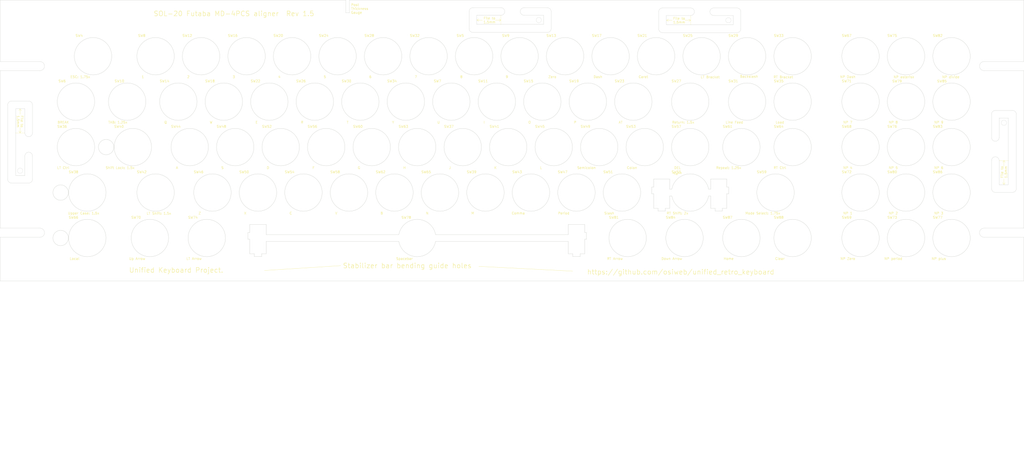
<source format=kicad_pcb>
(kicad_pcb (version 20171130) (host pcbnew "(5.1.6-0-10_14)")

  (general
    (thickness 1.6)
    (drawings 135)
    (tracks 0)
    (zones 0)
    (modules 108)
    (nets 1)
  )

  (page C)
  (title_block
    (title "Unified Retro Keyboard")
    (date 2019-08-25)
    (rev 1.1)
    (company OSIWeb.org)
    (comment 1 "Key aligner - Futaba")
  )

  (layers
    (0 F.Cu signal)
    (31 B.Cu signal)
    (32 B.Adhes user)
    (33 F.Adhes user)
    (34 B.Paste user)
    (35 F.Paste user)
    (36 B.SilkS user)
    (37 F.SilkS user)
    (38 B.Mask user)
    (39 F.Mask user)
    (40 Dwgs.User user)
    (41 Cmts.User user)
    (42 Eco1.User user)
    (43 Eco2.User user)
    (44 Edge.Cuts user)
    (45 Margin user)
    (46 B.CrtYd user)
    (47 F.CrtYd user)
    (48 B.Fab user)
    (49 F.Fab user)
  )

  (setup
    (last_trace_width 0.254)
    (user_trace_width 0.254)
    (user_trace_width 0.508)
    (user_trace_width 1.27)
    (trace_clearance 0.2)
    (zone_clearance 0.508)
    (zone_45_only no)
    (trace_min 0.2)
    (via_size 0.8128)
    (via_drill 0.4064)
    (via_min_size 0.4)
    (via_min_drill 0.3)
    (user_via 1.27 0.7112)
    (uvia_size 0.3048)
    (uvia_drill 0.1016)
    (uvias_allowed no)
    (uvia_min_size 0.2)
    (uvia_min_drill 0.1)
    (edge_width 0.05)
    (segment_width 0.2)
    (pcb_text_width 0.3)
    (pcb_text_size 1.5 1.5)
    (mod_edge_width 0.12)
    (mod_text_size 1 1)
    (mod_text_width 0.15)
    (pad_size 1.6256 1.6256)
    (pad_drill 1.6256)
    (pad_to_mask_clearance 0)
    (aux_axis_origin 61.4172 179.1081)
    (grid_origin 76.835 223.393)
    (visible_elements 7FFFEFFF)
    (pcbplotparams
      (layerselection 0x010fc_ffffffff)
      (usegerberextensions false)
      (usegerberattributes false)
      (usegerberadvancedattributes false)
      (creategerberjobfile false)
      (excludeedgelayer true)
      (linewidth 0.100000)
      (plotframeref false)
      (viasonmask false)
      (mode 1)
      (useauxorigin false)
      (hpglpennumber 1)
      (hpglpenspeed 20)
      (hpglpendiameter 15.000000)
      (psnegative false)
      (psa4output false)
      (plotreference true)
      (plotvalue true)
      (plotinvisibletext false)
      (padsonsilk false)
      (subtractmaskfromsilk false)
      (outputformat 1)
      (mirror false)
      (drillshape 0)
      (scaleselection 1)
      (outputdirectory "outputs"))
  )

  (net 0 "")

  (net_class Default "This is the default net class."
    (clearance 0.2)
    (trace_width 0.254)
    (via_dia 0.8128)
    (via_drill 0.4064)
    (uvia_dia 0.3048)
    (uvia_drill 0.1016)
    (diff_pair_width 0.2032)
    (diff_pair_gap 0.254)
  )

  (net_class power1 ""
    (clearance 0.254)
    (trace_width 1.27)
    (via_dia 1.27)
    (via_drill 0.7112)
    (uvia_dia 0.3048)
    (uvia_drill 0.1016)
    (diff_pair_width 0.2032)
    (diff_pair_gap 0.254)
  )

  (net_class signal ""
    (clearance 0.2032)
    (trace_width 0.254)
    (via_dia 0.8128)
    (via_drill 0.4064)
    (uvia_dia 0.3048)
    (uvia_drill 0.1016)
    (diff_pair_width 0.2032)
    (diff_pair_gap 0.254)
  )

  (module MountingHole:MountingHole_3.2mm_M3 (layer F.Cu) (tedit 5EE9B52B) (tstamp 5EFF3445)
    (at 87.03818 165.20922 270)
    (descr "Mounting Hole 3.2mm, no annular, M3")
    (tags "mounting hole 3.2mm no annular m3")
    (attr virtual)
    (fp_text reference REF** (at 0 -4.2 90) (layer F.SilkS) hide
      (effects (font (size 1 1) (thickness 0.15)))
    )
    (fp_text value "Rod sizing hole 1/16 inch" (at 0 4.2 90) (layer F.Fab)
      (effects (font (size 1 1) (thickness 0.15)))
    )
    (fp_text user H? (at 0 -2.54 90) (layer F.Fab)
      (effects (font (size 1 1) (thickness 0.15)))
    )
    (pad "" np_thru_hole circle (at 0 0 270) (size 1.6256 1.6256) (drill 1.6256) (layers *.Cu *.Mask))
  )

  (module MountingHole:MountingHole_3.2mm_M3 (layer F.Cu) (tedit 5EE9B52B) (tstamp 5EFF3428)
    (at 87.03818 167.56253 270)
    (descr "Mounting Hole 3.2mm, no annular, M3")
    (tags "mounting hole 3.2mm no annular m3")
    (attr virtual)
    (fp_text reference REF** (at 0 -4.2 90) (layer F.SilkS) hide
      (effects (font (size 1 1) (thickness 0.15)))
    )
    (fp_text value "Rod sizing hole 1/16 inch" (at 0 4.2 90) (layer F.Fab)
      (effects (font (size 1 1) (thickness 0.15)))
    )
    (fp_text user H? (at 0 -2.54 90) (layer F.Fab)
      (effects (font (size 1 1) (thickness 0.15)))
    )
    (pad "" np_thru_hole circle (at 0 0 270) (size 1.6256 1.6256) (drill 1.6256) (layers *.Cu *.Mask))
  )

  (module MountingHole:MountingHole_3.2mm_M3 (layer F.Cu) (tedit 5EFEC365) (tstamp 5EFF3424)
    (at 87.03818 169.91584 270)
    (descr "Mounting Hole 3.2mm, no annular, M3")
    (tags "mounting hole 3.2mm no annular m3")
    (attr virtual)
    (fp_text reference REF** (at 0 -4.2 90) (layer F.SilkS) hide
      (effects (font (size 1 1) (thickness 0.15)))
    )
    (fp_text value "Rod sizing hole 1/16 inch" (at 0 4.2 90) (layer F.Fab) hide
      (effects (font (size 1 1) (thickness 0.15)))
    )
    (pad "" np_thru_hole circle (at 0 0 270) (size 1.6256 1.6256) (drill 1.6256) (layers *.Cu *.Mask))
  )

  (module MountingHole:MountingHole_3.2mm_M3 (layer F.Cu) (tedit 5EE9B52B) (tstamp 5EFF3445)
    (at 288.97834 113.59642)
    (descr "Mounting Hole 3.2mm, no annular, M3")
    (tags "mounting hole 3.2mm no annular m3")
    (attr virtual)
    (fp_text reference REF** (at 0 -4.2) (layer F.SilkS) hide
      (effects (font (size 1 1) (thickness 0.15)))
    )
    (fp_text value "Rod sizing hole 1/16 inch" (at 0 4.2) (layer F.Fab)
      (effects (font (size 1 1) (thickness 0.15)))
    )
    (fp_text user H? (at 0 -2.54) (layer F.Fab)
      (effects (font (size 1 1) (thickness 0.15)))
    )
    (pad "" np_thru_hole circle (at 0 0) (size 1.6256 1.6256) (drill 1.6256) (layers *.Cu *.Mask))
  )

  (module MountingHole:MountingHole_3.2mm_M3 (layer F.Cu) (tedit 5EE9B52B) (tstamp 5EFF3428)
    (at 291.33165 113.59642)
    (descr "Mounting Hole 3.2mm, no annular, M3")
    (tags "mounting hole 3.2mm no annular m3")
    (attr virtual)
    (fp_text reference REF** (at 0 -4.2) (layer F.SilkS) hide
      (effects (font (size 1 1) (thickness 0.15)))
    )
    (fp_text value "Rod sizing hole 1/16 inch" (at 0 4.2) (layer F.Fab)
      (effects (font (size 1 1) (thickness 0.15)))
    )
    (fp_text user H? (at 0 -2.54) (layer F.Fab)
      (effects (font (size 1 1) (thickness 0.15)))
    )
    (pad "" np_thru_hole circle (at 0 0) (size 1.6256 1.6256) (drill 1.6256) (layers *.Cu *.Mask))
  )

  (module MountingHole:MountingHole_3.2mm_M3 (layer F.Cu) (tedit 5EFEC365) (tstamp 5EFF3424)
    (at 293.68496 113.59642)
    (descr "Mounting Hole 3.2mm, no annular, M3")
    (tags "mounting hole 3.2mm no annular m3")
    (attr virtual)
    (fp_text reference REF** (at 0 -4.2) (layer F.SilkS) hide
      (effects (font (size 1 1) (thickness 0.15)))
    )
    (fp_text value "Rod sizing hole 1/16 inch" (at 0 4.2) (layer F.Fab) hide
      (effects (font (size 1 1) (thickness 0.15)))
    )
    (pad "" np_thru_hole circle (at 0 0) (size 1.6256 1.6256) (drill 1.6256) (layers *.Cu *.Mask))
  )

  (module MountingHole:MountingHole_3.2mm_M3 (layer F.Cu) (tedit 5EE9B52B) (tstamp 5EFF3445)
    (at 368.37874 113.69294)
    (descr "Mounting Hole 3.2mm, no annular, M3")
    (tags "mounting hole 3.2mm no annular m3")
    (attr virtual)
    (fp_text reference REF** (at 0 -4.2) (layer F.SilkS) hide
      (effects (font (size 1 1) (thickness 0.15)))
    )
    (fp_text value "Rod sizing hole 1/16 inch" (at 0 4.2) (layer F.Fab)
      (effects (font (size 1 1) (thickness 0.15)))
    )
    (fp_text user H? (at 0 -2.54) (layer F.Fab)
      (effects (font (size 1 1) (thickness 0.15)))
    )
    (pad "" np_thru_hole circle (at 0 0) (size 1.6256 1.6256) (drill 1.6256) (layers *.Cu *.Mask))
  )

  (module MountingHole:MountingHole_3.2mm_M3 (layer F.Cu) (tedit 5EE9B52B) (tstamp 5EFF3428)
    (at 370.73205 113.69294)
    (descr "Mounting Hole 3.2mm, no annular, M3")
    (tags "mounting hole 3.2mm no annular m3")
    (attr virtual)
    (fp_text reference REF** (at 0 -4.2) (layer F.SilkS) hide
      (effects (font (size 1 1) (thickness 0.15)))
    )
    (fp_text value "Rod sizing hole 1/16 inch" (at 0 4.2) (layer F.Fab)
      (effects (font (size 1 1) (thickness 0.15)))
    )
    (fp_text user H? (at 0 -2.54) (layer F.Fab)
      (effects (font (size 1 1) (thickness 0.15)))
    )
    (pad "" np_thru_hole circle (at 0 0) (size 1.6256 1.6256) (drill 1.6256) (layers *.Cu *.Mask))
  )

  (module MountingHole:MountingHole_3.2mm_M3 (layer F.Cu) (tedit 5EFEC365) (tstamp 5EFF3424)
    (at 373.08536 113.69294)
    (descr "Mounting Hole 3.2mm, no annular, M3")
    (tags "mounting hole 3.2mm no annular m3")
    (attr virtual)
    (fp_text reference REF** (at 0 -4.2) (layer F.SilkS) hide
      (effects (font (size 1 1) (thickness 0.15)))
    )
    (fp_text value "Rod sizing hole 1/16 inch" (at 0 4.2) (layer F.Fab) hide
      (effects (font (size 1 1) (thickness 0.15)))
    )
    (pad "" np_thru_hole circle (at 0 0) (size 1.6256 1.6256) (drill 1.6256) (layers *.Cu *.Mask))
  )

  (module MountingHole:MountingHole_3.2mm_M3 (layer F.Cu) (tedit 5EFEC365) (tstamp 5EFF309C)
    (at 495.24666 167.1574 90)
    (descr "Mounting Hole 3.2mm, no annular, M3")
    (tags "mounting hole 3.2mm no annular m3")
    (attr virtual)
    (fp_text reference REF** (at 0 -4.2 90) (layer F.SilkS) hide
      (effects (font (size 1 1) (thickness 0.15)))
    )
    (fp_text value "Rod sizing hole 1/16 inch" (at 0 4.2 90) (layer F.Fab) hide
      (effects (font (size 1 1) (thickness 0.15)))
    )
    (pad "" np_thru_hole circle (at 0 0 90) (size 1.6256 1.6256) (drill 1.6256) (layers *.Cu *.Mask))
  )

  (module MountingHole:MountingHole_3.2mm_M3 (layer F.Cu) (tedit 5EE9B52B) (tstamp 5EFF2FDC)
    (at 495.24666 169.51071 90)
    (descr "Mounting Hole 3.2mm, no annular, M3")
    (tags "mounting hole 3.2mm no annular m3")
    (attr virtual)
    (fp_text reference REF** (at 0 -4.2 90) (layer F.SilkS) hide
      (effects (font (size 1 1) (thickness 0.15)))
    )
    (fp_text value "Rod sizing hole 1/16 inch" (at 0 4.2 90) (layer F.Fab)
      (effects (font (size 1 1) (thickness 0.15)))
    )
    (fp_text user H? (at 0 -2.54 90) (layer F.Fab)
      (effects (font (size 1 1) (thickness 0.15)))
    )
    (pad "" np_thru_hole circle (at 0 0 90) (size 1.6256 1.6256) (drill 1.6256) (layers *.Cu *.Mask))
  )

  (module MountingHole:MountingHole_3.2mm_M3 (layer F.Cu) (tedit 5EE9B52B) (tstamp 5EFF2FDC)
    (at 495.24666 171.86402 90)
    (descr "Mounting Hole 3.2mm, no annular, M3")
    (tags "mounting hole 3.2mm no annular m3")
    (attr virtual)
    (fp_text reference REF** (at 0 -4.2 90) (layer F.SilkS) hide
      (effects (font (size 1 1) (thickness 0.15)))
    )
    (fp_text value "Rod sizing hole 1/16 inch" (at 0 4.2 90) (layer F.Fab)
      (effects (font (size 1 1) (thickness 0.15)))
    )
    (fp_text user H? (at 0 -2.54 90) (layer F.Fab)
      (effects (font (size 1 1) (thickness 0.15)))
    )
    (pad "" np_thru_hole circle (at 0 0 90) (size 1.6256 1.6256) (drill 1.6256) (layers *.Cu *.Mask))
  )

  (module unikbd:Futaba_space_Cherry_aligner locked (layer F.Cu) (tedit 5EE3C0EA) (tstamp 5E12D584)
    (at 251.45238 206.79156)
    (path /5E16AC8E/5E135ADC)
    (fp_text reference SW78 (at -4.5847 -8.5725) (layer F.SilkS)
      (effects (font (size 1 1) (thickness 0.15)))
    )
    (fp_text value Spacebar (at -5.334 8.6614) (layer F.SilkS)
      (effects (font (size 1 1) (thickness 0.15)))
    )
    (fp_line (start -63.2206 1.397) (end -7.697216 1.397) (layer Edge.Cuts) (width 0.12))
    (fp_line (start -63.2206 -1.397) (end -7.697216 -1.397) (layer Edge.Cuts) (width 0.12))
    (fp_line (start 7.697216 -1.397) (end 63.2206 -1.397) (layer Edge.Cuts) (width 0.12))
    (fp_line (start 7.697216 1.397) (end 63.2206 1.397) (layer Edge.Cuts) (width 0.12))
    (fp_line (start 63.2206 -1.397) (end 63.2206 -5.6896) (layer Edge.Cuts) (width 0.12))
    (fp_line (start 63.2206 -5.6896) (end 70.1294 -5.6896) (layer Edge.Cuts) (width 0.12))
    (fp_line (start 70.1294 -5.6896) (end 70.1294 -2.286) (layer Edge.Cuts) (width 0.12))
    (fp_line (start 70.1294 -2.286) (end 70.866 -2.286) (layer Edge.Cuts) (width 0.12))
    (fp_line (start 70.866 -2.286) (end 70.866 0.508) (layer Edge.Cuts) (width 0.12))
    (fp_line (start 70.866 0.508) (end 70.1294 0.508) (layer Edge.Cuts) (width 0.12))
    (fp_line (start 70.1294 0.508) (end 70.1294 6.604) (layer Edge.Cuts) (width 0.12))
    (fp_line (start 70.1294 6.604) (end 68.199 6.604) (layer Edge.Cuts) (width 0.12))
    (fp_line (start 68.199 6.604) (end 68.199 7.7724) (layer Edge.Cuts) (width 0.12))
    (fp_line (start 68.199 7.7724) (end 65.151 7.7724) (layer Edge.Cuts) (width 0.12))
    (fp_line (start 65.151 7.7724) (end 65.151 6.604) (layer Edge.Cuts) (width 0.12))
    (fp_line (start 65.151 6.604) (end 63.2206 6.604) (layer Edge.Cuts) (width 0.12))
    (fp_line (start 63.2206 6.604) (end 63.2206 1.397) (layer Edge.Cuts) (width 0.12))
    (fp_line (start -63.2206 1.397) (end -63.2206 6.604) (layer Edge.Cuts) (width 0.12))
    (fp_line (start -63.2206 6.604) (end -65.151 6.604) (layer Edge.Cuts) (width 0.12))
    (fp_line (start -65.151 6.604) (end -65.151 7.7724) (layer Edge.Cuts) (width 0.12))
    (fp_line (start -65.151 7.7724) (end -68.199 7.7724) (layer Edge.Cuts) (width 0.12))
    (fp_line (start -68.199 7.7724) (end -68.199 6.604) (layer Edge.Cuts) (width 0.12))
    (fp_line (start -68.199 6.604) (end -70.1294 6.604) (layer Edge.Cuts) (width 0.12))
    (fp_line (start -70.1294 6.604) (end -70.1294 0.508) (layer Edge.Cuts) (width 0.12))
    (fp_line (start -70.1294 0.508) (end -70.866 0.508) (layer Edge.Cuts) (width 0.12))
    (fp_line (start -70.866 0.508) (end -70.866 -2.286) (layer Edge.Cuts) (width 0.12))
    (fp_line (start -70.866 -2.286) (end -70.1294 -2.286) (layer Edge.Cuts) (width 0.12))
    (fp_line (start -70.1294 -2.286) (end -70.1294 -5.6896) (layer Edge.Cuts) (width 0.12))
    (fp_line (start -70.1294 -5.6896) (end -63.2206 -5.6896) (layer Edge.Cuts) (width 0.12))
    (fp_line (start -63.2206 -5.6896) (end -63.2206 -1.397) (layer Edge.Cuts) (width 0.12))
    (fp_text user MX_space_aligner (at -0.6096 7.9248) (layer B.Fab)
      (effects (font (size 1 1) (thickness 0.15)))
    )
    (fp_text user SW** (at -5.334 -7.874) (layer F.SilkS) hide
      (effects (font (size 1 1) (thickness 0.15)))
    )
    (fp_text user Futaba_2u_Cherry_aligner (at 0 -0.5) (layer F.Fab)
      (effects (font (size 1 1) (thickness 0.15)))
    )
    (fp_text user REF** (at 0 0.5) (layer F.SilkS) hide
      (effects (font (size 1 1) (thickness 0.15)))
    )
    (fp_arc (start 0 0) (end 7.697216 -1.397) (angle -159.4) (layer Edge.Cuts) (width 0.12))
    (fp_arc (start 0 0) (end -7.697216 1.397) (angle -159.4) (layer Edge.Cuts) (width 0.12))
    (pad "" np_thru_hole circle (at -6.985 6.985) (size 1.6256 1.6256) (drill 1.6256) (layers *.Cu *.Mask))
    (pad "" np_thru_hole circle (at -6.985 -6.985) (size 1.6256 1.6256) (drill 1.6256) (layers *.Cu *.Mask))
    (pad "" np_thru_hole circle (at 6.985 -6.985) (size 1.6256 1.6256) (drill 1.6256) (layers *.Cu *.Mask))
    (pad "" np_thru_hole circle (at 6.985 6.985) (size 1.6256 1.6256) (drill 1.6256) (layers *.Cu *.Mask))
  )

  (module MountingHole:MountingHole_3.2mm_M3 (layer F.Cu) (tedit 5EE9B51C) (tstamp 5EDE0C20)
    (at 184.79516 220.90634)
    (descr "Mounting Hole 3.2mm, no annular, M3")
    (tags "mounting hole 3.2mm no annular m3")
    (attr virtual)
    (fp_text reference REF** (at 0 -4.2) (layer F.SilkS) hide
      (effects (font (size 1 1) (thickness 0.15)))
    )
    (fp_text value "Rod sizing hole 1/16 inch" (at 0 4.2) (layer F.Fab)
      (effects (font (size 1 1) (thickness 0.15)))
    )
    (fp_text user H? (at 0 -2.54) (layer F.Fab)
      (effects (font (size 1 1) (thickness 0.15)))
    )
    (pad "" np_thru_hole circle (at 0 0) (size 1.6256 1.6256) (drill 1.6256) (layers *.Cu *.Mask))
  )

  (module MountingHole:MountingHole_3.2mm_M3 (layer F.Cu) (tedit 5EE9B52B) (tstamp 5EDDA612)
    (at 318.14516 220.90634)
    (descr "Mounting Hole 3.2mm, no annular, M3")
    (tags "mounting hole 3.2mm no annular m3")
    (attr virtual)
    (fp_text reference REF** (at 0 -4.2) (layer F.SilkS) hide
      (effects (font (size 1 1) (thickness 0.15)))
    )
    (fp_text value "Rod sizing hole 1/16 inch" (at 0 4.2) (layer F.Fab)
      (effects (font (size 1 1) (thickness 0.15)))
    )
    (fp_text user H? (at 0 -2.54) (layer F.Fab)
      (effects (font (size 1 1) (thickness 0.15)))
    )
    (pad "" np_thru_hole circle (at 0 0) (size 1.6256 1.6256) (drill 1.6256) (layers *.Cu *.Mask))
  )

  (module unikbd:Futaba_2u_Cherry_aligner locked (layer F.Cu) (tedit 5E8CDB68) (tstamp 5E12D3B8)
    (at 365.75238 187.74156)
    (path /5BC3E99D/5BC6D0C2)
    (fp_text reference SW55 (at -5.7912 -8.6106) (layer F.SilkS)
      (effects (font (size 1 1) (thickness 0.15)))
    )
    (fp_text value "RT Shift: 2x" (at -5.334 8.6614) (layer F.SilkS)
      (effects (font (size 1 1) (thickness 0.15)))
    )
    (fp_line (start 7.6962 1.397) (end 8.6106 1.397) (layer Edge.Cuts) (width 0.12))
    (fp_line (start 7.6962 -1.397) (end 8.6106 -1.397) (layer Edge.Cuts) (width 0.12))
    (fp_line (start -8.6106 -1.397) (end -7.6962 -1.397) (layer Edge.Cuts) (width 0.12))
    (fp_line (start -8.6106 1.397) (end -7.6962 1.397) (layer Edge.Cuts) (width 0.12))
    (fp_line (start 15.2654 -5.6896) (end 15.2654 -2.286) (layer Edge.Cuts) (width 0.12))
    (fp_line (start 15.2654 -2.286) (end 16.129 -2.286) (layer Edge.Cuts) (width 0.12))
    (fp_line (start 16.129 -2.286) (end 16.129 0.508) (layer Edge.Cuts) (width 0.12))
    (fp_line (start 16.129 0.508) (end 15.2654 0.508) (layer Edge.Cuts) (width 0.12))
    (fp_line (start 15.2654 0.508) (end 15.2654 6.604) (layer Edge.Cuts) (width 0.12))
    (fp_line (start 15.2654 6.604) (end 13.462 6.604) (layer Edge.Cuts) (width 0.12))
    (fp_line (start 13.462 6.604) (end 13.462 7.7724) (layer Edge.Cuts) (width 0.12))
    (fp_line (start 8.6106 -5.6896) (end 15.2654 -5.6896) (layer Edge.Cuts) (width 0.12))
    (fp_line (start 8.6106 -1.397) (end 8.6106 -5.6896) (layer Edge.Cuts) (width 0.12))
    (fp_line (start 13.462 7.7724) (end 10.414 7.7724) (layer Edge.Cuts) (width 0.12))
    (fp_line (start 10.414 7.7724) (end 10.414 6.604) (layer Edge.Cuts) (width 0.12))
    (fp_line (start 10.414 6.604) (end 8.6106 6.604) (layer Edge.Cuts) (width 0.12))
    (fp_line (start 8.6106 6.604) (end 8.6106 1.397) (layer Edge.Cuts) (width 0.12))
    (fp_line (start -8.6106 1.397) (end -8.6106 6.604) (layer Edge.Cuts) (width 0.12))
    (fp_line (start -8.6106 6.604) (end -10.414 6.604) (layer Edge.Cuts) (width 0.12))
    (fp_line (start -10.414 6.604) (end -10.414 7.7724) (layer Edge.Cuts) (width 0.12))
    (fp_line (start -10.414 7.7724) (end -13.462 7.7724) (layer Edge.Cuts) (width 0.12))
    (fp_line (start -13.462 7.7724) (end -13.462 6.604) (layer Edge.Cuts) (width 0.12))
    (fp_line (start -13.462 6.604) (end -15.2654 6.604) (layer Edge.Cuts) (width 0.12))
    (fp_line (start -15.2654 6.604) (end -15.2654 0.508) (layer Edge.Cuts) (width 0.12))
    (fp_line (start -15.2654 0.508) (end -16.129 0.508) (layer Edge.Cuts) (width 0.12))
    (fp_line (start -16.129 0.508) (end -16.129 -2.286) (layer Edge.Cuts) (width 0.12))
    (fp_line (start -16.129 -2.286) (end -15.2654 -2.286) (layer Edge.Cuts) (width 0.12))
    (fp_line (start -15.2654 -2.286) (end -15.2654 -5.6896) (layer Edge.Cuts) (width 0.12))
    (fp_line (start -15.2654 -5.6896) (end -8.6106 -5.6896) (layer Edge.Cuts) (width 0.12))
    (fp_line (start -8.6106 -5.6896) (end -8.6106 -1.397) (layer Edge.Cuts) (width 0.12))
    (fp_arc (start 0 0) (end -7.697216 1.397) (angle -159.4) (layer Edge.Cuts) (width 0.12))
    (fp_arc (start 0 0) (end 7.697216 -1.397) (angle -159.4) (layer Edge.Cuts) (width 0.12))
    (fp_text user SW** (at -5.334 -7.874) (layer F.SilkS)
      (effects (font (size 1 1) (thickness 0.15)))
    )
    (fp_text user MX_space_aligner (at -0.6096 7.9248) (layer B.Fab)
      (effects (font (size 1 1) (thickness 0.15)))
    )
    (pad "" np_thru_hole circle (at 6.985 6.985) (size 1.6256 1.6256) (drill 1.6256) (layers *.Cu *.Mask))
    (pad "" np_thru_hole circle (at 6.985 -6.985) (size 1.6256 1.6256) (drill 1.6256) (layers *.Cu *.Mask))
    (pad "" np_thru_hole circle (at -6.985 6.985) (size 1.6256 1.6256) (drill 1.6256) (layers *.Cu *.Mask))
    (pad "" np_thru_hole circle (at -6.985 -6.985) (size 1.6256 1.6256) (drill 1.6256) (layers *.Cu *.Mask))
  )

  (module unikbd:Futaba-MD-4PCS-aligner locked (layer F.Cu) (tedit 5DA63068) (tstamp 5E12D408)
    (at 401.47113 187.74156)
    (path /5BC3E99D/5BC6D0C9)
    (fp_text reference SW59 (at -5.7912 -8.6106) (layer F.SilkS)
      (effects (font (size 1 1) (thickness 0.15)))
    )
    (fp_text value "Mode Select: 1.75x" (at -5.334 8.6614) (layer F.SilkS)
      (effects (font (size 1 1) (thickness 0.15)))
    )
    (fp_circle (center 0 0) (end 7.8232 0) (layer Edge.Cuts) (width 0.12))
    (pad "" np_thru_hole circle (at -6.985 -6.985) (size 1.6256 1.6256) (drill 1.6256) (layers *.Cu *.Mask))
    (pad "" np_thru_hole circle (at -6.985 6.985) (size 1.6256 1.6256) (drill 1.6256) (layers *.Cu *.Mask))
    (pad "" np_thru_hole circle (at 6.985 6.985) (size 1.6256 1.6256) (drill 1.6256) (layers *.Cu *.Mask))
    (pad "" np_thru_hole circle (at 6.985 -6.985) (size 1.6256 1.6256) (drill 1.6256) (layers *.Cu *.Mask))
  )

  (module unikbd:Futaba-MD-4PCS-aligner locked (layer F.Cu) (tedit 5DA63068) (tstamp 5E12D458)
    (at 251.45238 168.69156)
    (path /5BC3E99D/5BC3FF70)
    (fp_text reference SW63 (at -5.7912 -8.6106) (layer F.SilkS)
      (effects (font (size 1 1) (thickness 0.15)))
    )
    (fp_text value H (at -5.334 8.6614) (layer F.SilkS)
      (effects (font (size 1 1) (thickness 0.15)))
    )
    (fp_circle (center 0 0) (end 7.8232 0) (layer Edge.Cuts) (width 0.12))
    (pad "" np_thru_hole circle (at -6.985 -6.985) (size 1.6256 1.6256) (drill 1.6256) (layers *.Cu *.Mask))
    (pad "" np_thru_hole circle (at -6.985 6.985) (size 1.6256 1.6256) (drill 1.6256) (layers *.Cu *.Mask))
    (pad "" np_thru_hole circle (at 6.985 6.985) (size 1.6256 1.6256) (drill 1.6256) (layers *.Cu *.Mask))
    (pad "" np_thru_hole circle (at 6.985 -6.985) (size 1.6256 1.6256) (drill 1.6256) (layers *.Cu *.Mask))
  )

  (module unikbd:Futaba-MD-4PCS-aligner locked (layer F.Cu) (tedit 5DA63068) (tstamp 5E12D41C)
    (at 232.40238 168.69156)
    (path /5BC3E99D/5BC3FF77)
    (fp_text reference SW60 (at -5.7912 -8.6106) (layer F.SilkS)
      (effects (font (size 1 1) (thickness 0.15)))
    )
    (fp_text value G (at -5.334 8.6614) (layer F.SilkS)
      (effects (font (size 1 1) (thickness 0.15)))
    )
    (fp_circle (center 0 0) (end 7.8232 0) (layer Edge.Cuts) (width 0.12))
    (pad "" np_thru_hole circle (at -6.985 -6.985) (size 1.6256 1.6256) (drill 1.6256) (layers *.Cu *.Mask))
    (pad "" np_thru_hole circle (at -6.985 6.985) (size 1.6256 1.6256) (drill 1.6256) (layers *.Cu *.Mask))
    (pad "" np_thru_hole circle (at 6.985 6.985) (size 1.6256 1.6256) (drill 1.6256) (layers *.Cu *.Mask))
    (pad "" np_thru_hole circle (at 6.985 -6.985) (size 1.6256 1.6256) (drill 1.6256) (layers *.Cu *.Mask))
  )

  (module unikbd:Futaba-MD-4PCS-aligner locked (layer F.Cu) (tedit 5DA63068) (tstamp 5E12D430)
    (at 387.18363 168.69156)
    (path /5BC3E99D/5BC6CD87)
    (fp_text reference SW61 (at -5.7912 -8.6106) (layer F.SilkS)
      (effects (font (size 1 1) (thickness 0.15)))
    )
    (fp_text value "Repeat: 1.25x" (at -5.334 8.6614) (layer F.SilkS)
      (effects (font (size 1 1) (thickness 0.15)))
    )
    (fp_circle (center 0 0) (end 7.8232 0) (layer Edge.Cuts) (width 0.12))
    (pad "" np_thru_hole circle (at -6.985 -6.985) (size 1.6256 1.6256) (drill 1.6256) (layers *.Cu *.Mask))
    (pad "" np_thru_hole circle (at -6.985 6.985) (size 1.6256 1.6256) (drill 1.6256) (layers *.Cu *.Mask))
    (pad "" np_thru_hole circle (at 6.985 6.985) (size 1.6256 1.6256) (drill 1.6256) (layers *.Cu *.Mask))
    (pad "" np_thru_hole circle (at 6.985 -6.985) (size 1.6256 1.6256) (drill 1.6256) (layers *.Cu *.Mask))
  )

  (module unikbd:Futaba-MD-4PCS-aligner locked (layer F.Cu) (tedit 5DA63068) (tstamp 5E12D3CC)
    (at 213.35238 168.69156)
    (path /5BC3E99D/5BC3FF69)
    (fp_text reference SW56 (at -5.7912 -8.6106) (layer F.SilkS)
      (effects (font (size 1 1) (thickness 0.15)))
    )
    (fp_text value F (at -5.334 8.6614) (layer F.SilkS)
      (effects (font (size 1 1) (thickness 0.15)))
    )
    (fp_circle (center 0 0) (end 7.8232 0) (layer Edge.Cuts) (width 0.12))
    (pad "" np_thru_hole circle (at -6.985 -6.985) (size 1.6256 1.6256) (drill 1.6256) (layers *.Cu *.Mask))
    (pad "" np_thru_hole circle (at -6.985 6.985) (size 1.6256 1.6256) (drill 1.6256) (layers *.Cu *.Mask))
    (pad "" np_thru_hole circle (at 6.985 6.985) (size 1.6256 1.6256) (drill 1.6256) (layers *.Cu *.Mask))
    (pad "" np_thru_hole circle (at 6.985 -6.985) (size 1.6256 1.6256) (drill 1.6256) (layers *.Cu *.Mask))
  )

  (module unikbd:Futaba-MD-4PCS-aligner locked (layer F.Cu) (tedit 5DA63068) (tstamp 5E12D46C)
    (at 408.61488 168.69156)
    (path /5BC3E99D/5BC6CD80)
    (fp_text reference SW64 (at -5.7912 -8.6106) (layer F.SilkS)
      (effects (font (size 1 1) (thickness 0.15)))
    )
    (fp_text value "RT Ctrl" (at -5.334 8.6614) (layer F.SilkS)
      (effects (font (size 1 1) (thickness 0.15)))
    )
    (fp_circle (center 0 0) (end 7.8232 0) (layer Edge.Cuts) (width 0.12))
    (pad "" np_thru_hole circle (at -6.985 -6.985) (size 1.6256 1.6256) (drill 1.6256) (layers *.Cu *.Mask))
    (pad "" np_thru_hole circle (at -6.985 6.985) (size 1.6256 1.6256) (drill 1.6256) (layers *.Cu *.Mask))
    (pad "" np_thru_hole circle (at 6.985 6.985) (size 1.6256 1.6256) (drill 1.6256) (layers *.Cu *.Mask))
    (pad "" np_thru_hole circle (at 6.985 -6.985) (size 1.6256 1.6256) (drill 1.6256) (layers *.Cu *.Mask))
  )

  (module unikbd:Futaba-MD-4PCS-aligner locked (layer F.Cu) (tedit 5DA63068) (tstamp 5E12D250)
    (at 270.50238 168.69156)
    (path /5BC3E99D/5E1BE11F)
    (fp_text reference SW37 (at -5.7912 -8.6106) (layer F.SilkS)
      (effects (font (size 1 1) (thickness 0.15)))
    )
    (fp_text value J (at -5.334 8.6614) (layer F.SilkS)
      (effects (font (size 1 1) (thickness 0.15)))
    )
    (fp_circle (center 0 0) (end 7.8232 0) (layer Edge.Cuts) (width 0.12))
    (pad "" np_thru_hole circle (at -6.985 -6.985) (size 1.6256 1.6256) (drill 1.6256) (layers *.Cu *.Mask))
    (pad "" np_thru_hole circle (at -6.985 6.985) (size 1.6256 1.6256) (drill 1.6256) (layers *.Cu *.Mask))
    (pad "" np_thru_hole circle (at 6.985 6.985) (size 1.6256 1.6256) (drill 1.6256) (layers *.Cu *.Mask))
    (pad "" np_thru_hole circle (at 6.985 -6.985) (size 1.6256 1.6256) (drill 1.6256) (layers *.Cu *.Mask))
  )

  (module unikbd:Futaba-MD-4PCS-aligner locked (layer F.Cu) (tedit 5DA63068) (tstamp 5E12D55C)
    (at 456.11288 168.69156)
    (path /5E16AC8E/5E1BE10C)
    (fp_text reference SW76 (at -5.7912 -8.6106) (layer F.SilkS)
      (effects (font (size 1 1) (thickness 0.15)))
    )
    (fp_text value "NP 5" (at -5.334 8.6614) (layer F.SilkS)
      (effects (font (size 1 1) (thickness 0.15)))
    )
    (fp_circle (center 0 0) (end 7.8232 0) (layer Edge.Cuts) (width 0.12))
    (pad "" np_thru_hole circle (at -6.985 -6.985) (size 1.6256 1.6256) (drill 1.6256) (layers *.Cu *.Mask))
    (pad "" np_thru_hole circle (at -6.985 6.985) (size 1.6256 1.6256) (drill 1.6256) (layers *.Cu *.Mask))
    (pad "" np_thru_hole circle (at 6.985 6.985) (size 1.6256 1.6256) (drill 1.6256) (layers *.Cu *.Mask))
    (pad "" np_thru_hole circle (at 6.985 -6.985) (size 1.6256 1.6256) (drill 1.6256) (layers *.Cu *.Mask))
  )

  (module unikbd:Futaba-MD-4PCS-aligner locked (layer F.Cu) (tedit 5DA63068) (tstamp 5E12D28C)
    (at 132.38988 168.69156)
    (path /5BC3E99D/5BC3FD26)
    (fp_text reference SW40 (at -5.7912 -8.6106) (layer F.SilkS)
      (effects (font (size 1 1) (thickness 0.15)))
    )
    (fp_text value "Shift Lock: 1.5x" (at -5.334 8.6614) (layer F.SilkS)
      (effects (font (size 1 1) (thickness 0.15)))
    )
    (fp_circle (center 0 0) (end 7.8232 0) (layer Edge.Cuts) (width 0.12))
    (pad "" np_thru_hole circle (at -6.985 -6.985) (size 1.6256 1.6256) (drill 1.6256) (layers *.Cu *.Mask))
    (pad "" np_thru_hole circle (at -6.985 6.985) (size 1.6256 1.6256) (drill 1.6256) (layers *.Cu *.Mask))
    (pad "" np_thru_hole circle (at 6.985 6.985) (size 1.6256 1.6256) (drill 1.6256) (layers *.Cu *.Mask))
    (pad "" np_thru_hole circle (at 6.985 -6.985) (size 1.6256 1.6256) (drill 1.6256) (layers *.Cu *.Mask))
  )

  (module unikbd:Futaba-MD-4PCS-aligner locked (layer F.Cu) (tedit 5DA63068) (tstamp 5E12D2A0)
    (at 289.55238 168.69156)
    (path /5BC3E99D/5BC6CD5D)
    (fp_text reference SW41 (at -5.7912 -8.6106) (layer F.SilkS)
      (effects (font (size 1 1) (thickness 0.15)))
    )
    (fp_text value K (at -5.334 8.6614) (layer F.SilkS)
      (effects (font (size 1 1) (thickness 0.15)))
    )
    (fp_circle (center 0 0) (end 7.8232 0) (layer Edge.Cuts) (width 0.12))
    (pad "" np_thru_hole circle (at -6.985 -6.985) (size 1.6256 1.6256) (drill 1.6256) (layers *.Cu *.Mask))
    (pad "" np_thru_hole circle (at -6.985 6.985) (size 1.6256 1.6256) (drill 1.6256) (layers *.Cu *.Mask))
    (pad "" np_thru_hole circle (at 6.985 6.985) (size 1.6256 1.6256) (drill 1.6256) (layers *.Cu *.Mask))
    (pad "" np_thru_hole circle (at 6.985 -6.985) (size 1.6256 1.6256) (drill 1.6256) (layers *.Cu *.Mask))
  )

  (module unikbd:Futaba-MD-4PCS-aligner locked (layer F.Cu) (tedit 5DA63068) (tstamp 5E12D2DC)
    (at 156.20238 168.69156)
    (path /5BC3E99D/5BC3FE57)
    (fp_text reference SW44 (at -5.7912 -8.6106) (layer F.SilkS)
      (effects (font (size 1 1) (thickness 0.15)))
    )
    (fp_text value A (at -5.334 8.6614) (layer F.SilkS)
      (effects (font (size 1 1) (thickness 0.15)))
    )
    (fp_circle (center 0 0) (end 7.8232 0) (layer Edge.Cuts) (width 0.12))
    (pad "" np_thru_hole circle (at -6.985 -6.985) (size 1.6256 1.6256) (drill 1.6256) (layers *.Cu *.Mask))
    (pad "" np_thru_hole circle (at -6.985 6.985) (size 1.6256 1.6256) (drill 1.6256) (layers *.Cu *.Mask))
    (pad "" np_thru_hole circle (at 6.985 6.985) (size 1.6256 1.6256) (drill 1.6256) (layers *.Cu *.Mask))
    (pad "" np_thru_hole circle (at 6.985 -6.985) (size 1.6256 1.6256) (drill 1.6256) (layers *.Cu *.Mask))
  )

  (module unikbd:Futaba-MD-4PCS-aligner locked (layer F.Cu) (tedit 5DA63068) (tstamp 5E12D2F0)
    (at 308.60238 168.69156)
    (path /5BC3E99D/5BC6CD6B)
    (fp_text reference SW45 (at -5.7912 -8.6106) (layer F.SilkS)
      (effects (font (size 1 1) (thickness 0.15)))
    )
    (fp_text value L (at -5.334 8.6614) (layer F.SilkS)
      (effects (font (size 1 1) (thickness 0.15)))
    )
    (fp_circle (center 0 0) (end 7.8232 0) (layer Edge.Cuts) (width 0.12))
    (pad "" np_thru_hole circle (at -6.985 -6.985) (size 1.6256 1.6256) (drill 1.6256) (layers *.Cu *.Mask))
    (pad "" np_thru_hole circle (at -6.985 6.985) (size 1.6256 1.6256) (drill 1.6256) (layers *.Cu *.Mask))
    (pad "" np_thru_hole circle (at 6.985 6.985) (size 1.6256 1.6256) (drill 1.6256) (layers *.Cu *.Mask))
    (pad "" np_thru_hole circle (at 6.985 -6.985) (size 1.6256 1.6256) (drill 1.6256) (layers *.Cu *.Mask))
  )

  (module unikbd:Futaba-MD-4PCS-aligner locked (layer F.Cu) (tedit 5DA63068) (tstamp 5E12D32C)
    (at 175.25238 168.69156)
    (path /5BC3E99D/5E1BE11D)
    (fp_text reference SW48 (at -5.7912 -8.6106) (layer F.SilkS)
      (effects (font (size 1 1) (thickness 0.15)))
    )
    (fp_text value S (at -5.334 8.6614) (layer F.SilkS)
      (effects (font (size 1 1) (thickness 0.15)))
    )
    (fp_circle (center 0 0) (end 7.8232 0) (layer Edge.Cuts) (width 0.12))
    (pad "" np_thru_hole circle (at -6.985 -6.985) (size 1.6256 1.6256) (drill 1.6256) (layers *.Cu *.Mask))
    (pad "" np_thru_hole circle (at -6.985 6.985) (size 1.6256 1.6256) (drill 1.6256) (layers *.Cu *.Mask))
    (pad "" np_thru_hole circle (at 6.985 6.985) (size 1.6256 1.6256) (drill 1.6256) (layers *.Cu *.Mask))
    (pad "" np_thru_hole circle (at 6.985 -6.985) (size 1.6256 1.6256) (drill 1.6256) (layers *.Cu *.Mask))
  )

  (module unikbd:Futaba-MD-4PCS-aligner locked (layer F.Cu) (tedit 5DA63068) (tstamp 5E12D340)
    (at 327.65238 168.69156)
    (path /5BC3E99D/5BC6CD64)
    (fp_text reference SW49 (at -5.7912 -8.6106) (layer F.SilkS)
      (effects (font (size 1 1) (thickness 0.15)))
    )
    (fp_text value Semicolon (at -5.334 8.6614) (layer F.SilkS)
      (effects (font (size 1 1) (thickness 0.15)))
    )
    (fp_circle (center 0 0) (end 7.8232 0) (layer Edge.Cuts) (width 0.12))
    (pad "" np_thru_hole circle (at -6.985 -6.985) (size 1.6256 1.6256) (drill 1.6256) (layers *.Cu *.Mask))
    (pad "" np_thru_hole circle (at -6.985 6.985) (size 1.6256 1.6256) (drill 1.6256) (layers *.Cu *.Mask))
    (pad "" np_thru_hole circle (at 6.985 6.985) (size 1.6256 1.6256) (drill 1.6256) (layers *.Cu *.Mask))
    (pad "" np_thru_hole circle (at 6.985 -6.985) (size 1.6256 1.6256) (drill 1.6256) (layers *.Cu *.Mask))
  )

  (module unikbd:Futaba-MD-4PCS-aligner locked (layer F.Cu) (tedit 5DA63068) (tstamp 5E12D37C)
    (at 194.30238 168.69156)
    (path /5BC3E99D/5E0AC938)
    (fp_text reference SW52 (at -5.7912 -8.6106) (layer F.SilkS)
      (effects (font (size 1 1) (thickness 0.15)))
    )
    (fp_text value D (at -5.334 8.6614) (layer F.SilkS)
      (effects (font (size 1 1) (thickness 0.15)))
    )
    (fp_circle (center 0 0) (end 7.8232 0) (layer Edge.Cuts) (width 0.12))
    (pad "" np_thru_hole circle (at -6.985 -6.985) (size 1.6256 1.6256) (drill 1.6256) (layers *.Cu *.Mask))
    (pad "" np_thru_hole circle (at -6.985 6.985) (size 1.6256 1.6256) (drill 1.6256) (layers *.Cu *.Mask))
    (pad "" np_thru_hole circle (at 6.985 6.985) (size 1.6256 1.6256) (drill 1.6256) (layers *.Cu *.Mask))
    (pad "" np_thru_hole circle (at 6.985 -6.985) (size 1.6256 1.6256) (drill 1.6256) (layers *.Cu *.Mask))
  )

  (module unikbd:Futaba-MD-4PCS-aligner locked (layer F.Cu) (tedit 5DA63068) (tstamp 5E12D390)
    (at 346.70238 168.69156)
    (path /5BC3E99D/5BC6CD72)
    (fp_text reference SW53 (at -5.7912 -8.6106) (layer F.SilkS)
      (effects (font (size 1 1) (thickness 0.15)))
    )
    (fp_text value Colon (at -5.334 8.6614) (layer F.SilkS)
      (effects (font (size 1 1) (thickness 0.15)))
    )
    (fp_circle (center 0 0) (end 7.8232 0) (layer Edge.Cuts) (width 0.12))
    (pad "" np_thru_hole circle (at -6.985 -6.985) (size 1.6256 1.6256) (drill 1.6256) (layers *.Cu *.Mask))
    (pad "" np_thru_hole circle (at -6.985 6.985) (size 1.6256 1.6256) (drill 1.6256) (layers *.Cu *.Mask))
    (pad "" np_thru_hole circle (at 6.985 6.985) (size 1.6256 1.6256) (drill 1.6256) (layers *.Cu *.Mask))
    (pad "" np_thru_hole circle (at 6.985 -6.985) (size 1.6256 1.6256) (drill 1.6256) (layers *.Cu *.Mask))
  )

  (module unikbd:Futaba-MD-4PCS-aligner locked (layer F.Cu) (tedit 5DA63068) (tstamp 5E12D4BC)
    (at 437.06288 168.69156)
    (path /5E16AC8E/5E1BE109)
    (fp_text reference SW68 (at -5.7912 -8.6106) (layer F.SilkS)
      (effects (font (size 1 1) (thickness 0.15)))
    )
    (fp_text value "NP 4" (at -5.334 8.6614) (layer F.SilkS)
      (effects (font (size 1 1) (thickness 0.15)))
    )
    (fp_circle (center 0 0) (end 7.8232 0) (layer Edge.Cuts) (width 0.12))
    (pad "" np_thru_hole circle (at -6.985 -6.985) (size 1.6256 1.6256) (drill 1.6256) (layers *.Cu *.Mask))
    (pad "" np_thru_hole circle (at -6.985 6.985) (size 1.6256 1.6256) (drill 1.6256) (layers *.Cu *.Mask))
    (pad "" np_thru_hole circle (at 6.985 6.985) (size 1.6256 1.6256) (drill 1.6256) (layers *.Cu *.Mask))
    (pad "" np_thru_hole circle (at 6.985 -6.985) (size 1.6256 1.6256) (drill 1.6256) (layers *.Cu *.Mask))
  )

  (module unikbd:Futaba-MD-4PCS-aligner locked (layer F.Cu) (tedit 5DA63068) (tstamp 5E12D5E8)
    (at 475.16288 168.69156)
    (path /5E16AC8E/5E1BE10D)
    (fp_text reference SW83 (at -5.7912 -8.6106) (layer F.SilkS)
      (effects (font (size 1 1) (thickness 0.15)))
    )
    (fp_text value "NP 6" (at -5.334 8.6614) (layer F.SilkS)
      (effects (font (size 1 1) (thickness 0.15)))
    )
    (fp_circle (center 0 0) (end 7.8232 0) (layer Edge.Cuts) (width 0.12))
    (pad "" np_thru_hole circle (at -6.985 -6.985) (size 1.6256 1.6256) (drill 1.6256) (layers *.Cu *.Mask))
    (pad "" np_thru_hole circle (at -6.985 6.985) (size 1.6256 1.6256) (drill 1.6256) (layers *.Cu *.Mask))
    (pad "" np_thru_hole circle (at 6.985 6.985) (size 1.6256 1.6256) (drill 1.6256) (layers *.Cu *.Mask))
    (pad "" np_thru_hole circle (at 6.985 -6.985) (size 1.6256 1.6256) (drill 1.6256) (layers *.Cu *.Mask))
  )

  (module unikbd:Futaba-MD-4PCS-aligner locked (layer F.Cu) (tedit 5DA63068) (tstamp 5E12D3E0)
    (at 365.75238 168.69156)
    (path /5BC3E99D/5BC6CD79)
    (fp_text reference SW57 (at -5.7912 -8.6106) (layer F.SilkS)
      (effects (font (size 1 1) (thickness 0.15)))
    )
    (fp_text value DEL (at -5.334 8.6614) (layer F.SilkS)
      (effects (font (size 1 1) (thickness 0.15)))
    )
    (fp_circle (center 0 0) (end 7.8232 0) (layer Edge.Cuts) (width 0.12))
    (pad "" np_thru_hole circle (at -6.985 -6.985) (size 1.6256 1.6256) (drill 1.6256) (layers *.Cu *.Mask))
    (pad "" np_thru_hole circle (at -6.985 6.985) (size 1.6256 1.6256) (drill 1.6256) (layers *.Cu *.Mask))
    (pad "" np_thru_hole circle (at 6.985 6.985) (size 1.6256 1.6256) (drill 1.6256) (layers *.Cu *.Mask))
    (pad "" np_thru_hole circle (at 6.985 -6.985) (size 1.6256 1.6256) (drill 1.6256) (layers *.Cu *.Mask))
  )

  (module unikbd:Futaba-MD-4PCS-aligner locked (layer F.Cu) (tedit 5DA63068) (tstamp 5E12D3A4)
    (at 203.82738 187.74156)
    (path /5BC3E99D/5BC6CEF2)
    (fp_text reference SW54 (at -5.7912 -8.6106) (layer F.SilkS)
      (effects (font (size 1 1) (thickness 0.15)))
    )
    (fp_text value C (at -5.334 8.6614) (layer F.SilkS)
      (effects (font (size 1 1) (thickness 0.15)))
    )
    (fp_circle (center 0 0) (end 7.8232 0) (layer Edge.Cuts) (width 0.12))
    (pad "" np_thru_hole circle (at -6.985 -6.985) (size 1.6256 1.6256) (drill 1.6256) (layers *.Cu *.Mask))
    (pad "" np_thru_hole circle (at -6.985 6.985) (size 1.6256 1.6256) (drill 1.6256) (layers *.Cu *.Mask))
    (pad "" np_thru_hole circle (at 6.985 6.985) (size 1.6256 1.6256) (drill 1.6256) (layers *.Cu *.Mask))
    (pad "" np_thru_hole circle (at 6.985 -6.985) (size 1.6256 1.6256) (drill 1.6256) (layers *.Cu *.Mask))
  )

  (module unikbd:Futaba-MD-4PCS-aligner locked (layer F.Cu) (tedit 5DA63068) (tstamp 5E6EC726)
    (at 163.34613 206.79156)
    (path /5E16AC8E/5E1BE0F6)
    (fp_text reference SW74 (at -5.7912 -8.6106) (layer F.SilkS)
      (effects (font (size 1 1) (thickness 0.15)))
    )
    (fp_text value "LT Arrow" (at -5.334 8.6614) (layer F.SilkS)
      (effects (font (size 1 1) (thickness 0.15)))
    )
    (fp_circle (center 0 0) (end 7.8232 0) (layer Edge.Cuts) (width 0.12))
    (pad "" np_thru_hole circle (at -6.985 -6.985) (size 1.6256 1.6256) (drill 1.6256) (layers *.Cu *.Mask))
    (pad "" np_thru_hole circle (at -6.985 6.985) (size 1.6256 1.6256) (drill 1.6256) (layers *.Cu *.Mask))
    (pad "" np_thru_hole circle (at 6.985 6.985) (size 1.6256 1.6256) (drill 1.6256) (layers *.Cu *.Mask))
    (pad "" np_thru_hole circle (at 6.985 -6.985) (size 1.6256 1.6256) (drill 1.6256) (layers *.Cu *.Mask))
  )

  (module unikbd:Futaba-MD-4PCS-aligner locked (layer F.Cu) (tedit 5DA63068) (tstamp 5E120789)
    (at 475.16288 149.64156)
    (path /5E16AC8E/5E1BE103)
    (fp_text reference SW85 (at -4.03098 -8.56996) (layer F.SilkS)
      (effects (font (size 1 1) (thickness 0.15)))
    )
    (fp_text value "NP 9" (at -5.334 8.6614) (layer F.SilkS)
      (effects (font (size 1 1) (thickness 0.15)))
    )
    (fp_circle (center 0 0) (end 7.8232 0) (layer Edge.Cuts) (width 0.12))
    (pad "" np_thru_hole circle (at -6.985 -6.985) (size 1.6256 1.6256) (drill 1.6256) (layers *.Cu *.Mask))
    (pad "" np_thru_hole circle (at -6.985 6.985) (size 1.6256 1.6256) (drill 1.6256) (layers *.Cu *.Mask))
    (pad "" np_thru_hole circle (at 6.985 6.985) (size 1.6256 1.6256) (drill 1.6256) (layers *.Cu *.Mask))
    (pad "" np_thru_hole circle (at 6.985 -6.985) (size 1.6256 1.6256) (drill 1.6256) (layers *.Cu *.Mask))
  )

  (module unikbd:Futaba-MD-4PCS-aligner locked (layer F.Cu) (tedit 5DA63068) (tstamp 5E12D1C4)
    (at 227.63988 149.64156)
    (path /5BC3EA0A/5BCAF420)
    (fp_text reference SW30 (at -5.7912 -8.6106) (layer F.SilkS)
      (effects (font (size 1 1) (thickness 0.15)))
    )
    (fp_text value T (at -5.334 8.6614) (layer F.SilkS)
      (effects (font (size 1 1) (thickness 0.15)))
    )
    (fp_circle (center 0 0) (end 7.8232 0) (layer Edge.Cuts) (width 0.12))
    (pad "" np_thru_hole circle (at -6.985 -6.985) (size 1.6256 1.6256) (drill 1.6256) (layers *.Cu *.Mask))
    (pad "" np_thru_hole circle (at -6.985 6.985) (size 1.6256 1.6256) (drill 1.6256) (layers *.Cu *.Mask))
    (pad "" np_thru_hole circle (at 6.985 6.985) (size 1.6256 1.6256) (drill 1.6256) (layers *.Cu *.Mask))
    (pad "" np_thru_hole circle (at 6.985 -6.985) (size 1.6256 1.6256) (drill 1.6256) (layers *.Cu *.Mask))
  )

  (module unikbd:Futaba-MD-4PCS-aligner locked (layer F.Cu) (tedit 5DA63068) (tstamp 5E12D64C)
    (at 408.61488 206.79156)
    (path /5E16AC8E/5E1BE0F8)
    (fp_text reference SW88 (at -5.7912 -8.6106) (layer F.SilkS)
      (effects (font (size 1 1) (thickness 0.15)))
    )
    (fp_text value Clear (at -5.334 8.6614) (layer F.SilkS)
      (effects (font (size 1 1) (thickness 0.15)))
    )
    (fp_circle (center 0 0) (end 7.8232 0) (layer Edge.Cuts) (width 0.12))
    (pad "" np_thru_hole circle (at -6.985 -6.985) (size 1.6256 1.6256) (drill 1.6256) (layers *.Cu *.Mask))
    (pad "" np_thru_hole circle (at -6.985 6.985) (size 1.6256 1.6256) (drill 1.6256) (layers *.Cu *.Mask))
    (pad "" np_thru_hole circle (at 6.985 6.985) (size 1.6256 1.6256) (drill 1.6256) (layers *.Cu *.Mask))
    (pad "" np_thru_hole circle (at 6.985 -6.985) (size 1.6256 1.6256) (drill 1.6256) (layers *.Cu *.Mask))
  )

  (module unikbd:Futaba-MD-4PCS-aligner locked (layer F.Cu) (tedit 5DA63068) (tstamp 5E12D638)
    (at 387.18363 206.79156)
    (path /5E16AC8E/5E1BE0F9)
    (fp_text reference SW87 (at -5.7912 -8.6106) (layer F.SilkS)
      (effects (font (size 1 1) (thickness 0.15)))
    )
    (fp_text value Home (at -5.334 8.6614) (layer F.SilkS)
      (effects (font (size 1 1) (thickness 0.15)))
    )
    (fp_circle (center 0 0) (end 7.8232 0) (layer Edge.Cuts) (width 0.12))
    (pad "" np_thru_hole circle (at -6.985 -6.985) (size 1.6256 1.6256) (drill 1.6256) (layers *.Cu *.Mask))
    (pad "" np_thru_hole circle (at -6.985 6.985) (size 1.6256 1.6256) (drill 1.6256) (layers *.Cu *.Mask))
    (pad "" np_thru_hole circle (at 6.985 6.985) (size 1.6256 1.6256) (drill 1.6256) (layers *.Cu *.Mask))
    (pad "" np_thru_hole circle (at 6.985 -6.985) (size 1.6256 1.6256) (drill 1.6256) (layers *.Cu *.Mask))
  )

  (module unikbd:Futaba-MD-4PCS-aligner locked (layer F.Cu) (tedit 5DA63068) (tstamp 5E12D624)
    (at 475.16288 187.74156)
    (path /5E16AC8E/5E1BE10E)
    (fp_text reference SW86 (at -5.7912 -8.6106) (layer F.SilkS)
      (effects (font (size 1 1) (thickness 0.15)))
    )
    (fp_text value "NP 3" (at -5.334 8.6614) (layer F.SilkS)
      (effects (font (size 1 1) (thickness 0.15)))
    )
    (fp_circle (center 0 0) (end 7.8232 0) (layer Edge.Cuts) (width 0.12))
    (pad "" np_thru_hole circle (at -6.985 -6.985) (size 1.6256 1.6256) (drill 1.6256) (layers *.Cu *.Mask))
    (pad "" np_thru_hole circle (at -6.985 6.985) (size 1.6256 1.6256) (drill 1.6256) (layers *.Cu *.Mask))
    (pad "" np_thru_hole circle (at 6.985 6.985) (size 1.6256 1.6256) (drill 1.6256) (layers *.Cu *.Mask))
    (pad "" np_thru_hole circle (at 6.985 -6.985) (size 1.6256 1.6256) (drill 1.6256) (layers *.Cu *.Mask))
  )

  (module unikbd:Futaba-MD-4PCS-aligner locked (layer F.Cu) (tedit 5DA63068) (tstamp 5E12D5FC)
    (at 363.37113 206.79156)
    (path /5E16AC8E/5E1BE0F7)
    (fp_text reference SW84 (at -5.7912 -8.6106) (layer F.SilkS)
      (effects (font (size 1 1) (thickness 0.15)))
    )
    (fp_text value "Down Arrow" (at -5.334 8.6614) (layer F.SilkS)
      (effects (font (size 1 1) (thickness 0.15)))
    )
    (fp_circle (center 0 0) (end 7.8232 0) (layer Edge.Cuts) (width 0.12))
    (pad "" np_thru_hole circle (at -6.985 -6.985) (size 1.6256 1.6256) (drill 1.6256) (layers *.Cu *.Mask))
    (pad "" np_thru_hole circle (at -6.985 6.985) (size 1.6256 1.6256) (drill 1.6256) (layers *.Cu *.Mask))
    (pad "" np_thru_hole circle (at 6.985 6.985) (size 1.6256 1.6256) (drill 1.6256) (layers *.Cu *.Mask))
    (pad "" np_thru_hole circle (at 6.985 -6.985) (size 1.6256 1.6256) (drill 1.6256) (layers *.Cu *.Mask))
  )

  (module unikbd:Futaba-MD-4PCS-aligner locked (layer F.Cu) (tedit 5DA63068) (tstamp 5E12D5D4)
    (at 475.16288 130.59156)
    (path /5E16AC8E/5E1BE102)
    (fp_text reference SW82 (at -5.7912 -8.6106) (layer F.SilkS)
      (effects (font (size 1 1) (thickness 0.15)))
    )
    (fp_text value "NP divide" (at -0.29718 8.72744) (layer F.SilkS)
      (effects (font (size 1 1) (thickness 0.15)))
    )
    (fp_circle (center 0 0) (end 7.8232 0) (layer Edge.Cuts) (width 0.12))
    (pad "" np_thru_hole circle (at -6.985 -6.985) (size 1.6256 1.6256) (drill 1.6256) (layers *.Cu *.Mask))
    (pad "" np_thru_hole circle (at -6.985 6.985) (size 1.6256 1.6256) (drill 1.6256) (layers *.Cu *.Mask))
    (pad "" np_thru_hole circle (at 6.985 6.985) (size 1.6256 1.6256) (drill 1.6256) (layers *.Cu *.Mask))
    (pad "" np_thru_hole circle (at 6.985 -6.985) (size 1.6256 1.6256) (drill 1.6256) (layers *.Cu *.Mask))
  )

  (module unikbd:Futaba-MD-4PCS-aligner locked (layer F.Cu) (tedit 5DA63068) (tstamp 5E10B4C4)
    (at 339.55863 206.79156)
    (path /5E16AC8E/5E1BE119)
    (fp_text reference SW81 (at -5.7912 -8.6106) (layer F.SilkS)
      (effects (font (size 1 1) (thickness 0.15)))
    )
    (fp_text value "RT Arrow" (at -5.334 8.6614) (layer F.SilkS)
      (effects (font (size 1 1) (thickness 0.15)))
    )
    (fp_circle (center 0 0) (end 7.8232 0) (layer Edge.Cuts) (width 0.12))
    (pad "" np_thru_hole circle (at -6.985 -6.985) (size 1.6256 1.6256) (drill 1.6256) (layers *.Cu *.Mask))
    (pad "" np_thru_hole circle (at -6.985 6.985) (size 1.6256 1.6256) (drill 1.6256) (layers *.Cu *.Mask))
    (pad "" np_thru_hole circle (at 6.985 6.985) (size 1.6256 1.6256) (drill 1.6256) (layers *.Cu *.Mask))
    (pad "" np_thru_hole circle (at 6.985 -6.985) (size 1.6256 1.6256) (drill 1.6256) (layers *.Cu *.Mask))
  )

  (module unikbd:Futaba-MD-4PCS-aligner locked (layer F.Cu) (tedit 5DA63068) (tstamp 5E12D5AC)
    (at 456.11288 187.74156)
    (path /5E16AC8E/5E1BE10B)
    (fp_text reference SW80 (at -5.7912 -8.6106) (layer F.SilkS)
      (effects (font (size 1 1) (thickness 0.15)))
    )
    (fp_text value "NP 2" (at -5.334 8.6614) (layer F.SilkS)
      (effects (font (size 1 1) (thickness 0.15)))
    )
    (fp_circle (center 0 0) (end 7.8232 0) (layer Edge.Cuts) (width 0.12))
    (pad "" np_thru_hole circle (at -6.985 -6.985) (size 1.6256 1.6256) (drill 1.6256) (layers *.Cu *.Mask))
    (pad "" np_thru_hole circle (at -6.985 6.985) (size 1.6256 1.6256) (drill 1.6256) (layers *.Cu *.Mask))
    (pad "" np_thru_hole circle (at 6.985 6.985) (size 1.6256 1.6256) (drill 1.6256) (layers *.Cu *.Mask))
    (pad "" np_thru_hole circle (at 6.985 -6.985) (size 1.6256 1.6256) (drill 1.6256) (layers *.Cu *.Mask))
  )

  (module unikbd:Futaba-MD-4PCS-aligner locked (layer F.Cu) (tedit 5DA63068) (tstamp 5E12D598)
    (at 456.11288 149.64156)
    (path /5E16AC8E/5E1BE100)
    (fp_text reference SW79 (at -3.75158 -8.56996) (layer F.SilkS)
      (effects (font (size 1 1) (thickness 0.15)))
    )
    (fp_text value "NP 8" (at -5.334 8.6614) (layer F.SilkS)
      (effects (font (size 1 1) (thickness 0.15)))
    )
    (fp_circle (center 0 0) (end 7.8232 0) (layer Edge.Cuts) (width 0.12))
    (pad "" np_thru_hole circle (at -6.985 -6.985) (size 1.6256 1.6256) (drill 1.6256) (layers *.Cu *.Mask))
    (pad "" np_thru_hole circle (at -6.985 6.985) (size 1.6256 1.6256) (drill 1.6256) (layers *.Cu *.Mask))
    (pad "" np_thru_hole circle (at 6.985 6.985) (size 1.6256 1.6256) (drill 1.6256) (layers *.Cu *.Mask))
    (pad "" np_thru_hole circle (at 6.985 -6.985) (size 1.6256 1.6256) (drill 1.6256) (layers *.Cu *.Mask))
  )

  (module unikbd:Futaba-MD-4PCS-aligner locked (layer F.Cu) (tedit 5DA63068) (tstamp 5E12D570)
    (at 475.16288 206.79156)
    (path /5E16AC8E/5E1BE116)
    (fp_text reference SW77 (at -5.7912 -8.6106) (layer F.SilkS)
      (effects (font (size 1 1) (thickness 0.15)))
    )
    (fp_text value "NP plus" (at -5.334 8.6614) (layer F.SilkS)
      (effects (font (size 1 1) (thickness 0.15)))
    )
    (fp_circle (center 0 0) (end 7.8232 0) (layer Edge.Cuts) (width 0.12))
    (pad "" np_thru_hole circle (at -6.985 -6.985) (size 1.6256 1.6256) (drill 1.6256) (layers *.Cu *.Mask))
    (pad "" np_thru_hole circle (at -6.985 6.985) (size 1.6256 1.6256) (drill 1.6256) (layers *.Cu *.Mask))
    (pad "" np_thru_hole circle (at 6.985 6.985) (size 1.6256 1.6256) (drill 1.6256) (layers *.Cu *.Mask))
    (pad "" np_thru_hole circle (at 6.985 -6.985) (size 1.6256 1.6256) (drill 1.6256) (layers *.Cu *.Mask))
  )

  (module unikbd:Futaba-MD-4PCS-aligner locked (layer F.Cu) (tedit 5DA63068) (tstamp 5E114E20)
    (at 456.11288 130.59156)
    (path /5E16AC8E/5E1BE101)
    (fp_text reference SW75 (at -5.7912 -8.6106) (layer F.SilkS)
      (effects (font (size 1 1) (thickness 0.15)))
    )
    (fp_text value "NP asterisk" (at -0.88138 8.72744) (layer F.SilkS)
      (effects (font (size 1 1) (thickness 0.15)))
    )
    (fp_circle (center 0 0) (end 7.8232 0) (layer Edge.Cuts) (width 0.12))
    (pad "" np_thru_hole circle (at -6.985 -6.985) (size 1.6256 1.6256) (drill 1.6256) (layers *.Cu *.Mask))
    (pad "" np_thru_hole circle (at -6.985 6.985) (size 1.6256 1.6256) (drill 1.6256) (layers *.Cu *.Mask))
    (pad "" np_thru_hole circle (at 6.985 6.985) (size 1.6256 1.6256) (drill 1.6256) (layers *.Cu *.Mask))
    (pad "" np_thru_hole circle (at 6.985 -6.985) (size 1.6256 1.6256) (drill 1.6256) (layers *.Cu *.Mask))
  )

  (module unikbd:Futaba-MD-4PCS-aligner locked (layer F.Cu) (tedit 5DA63068) (tstamp 5E12D520)
    (at 456.11288 206.79156)
    (path /5E16AC8E/5BC6D0AD)
    (fp_text reference SW73 (at -5.7912 -8.6106) (layer F.SilkS)
      (effects (font (size 1 1) (thickness 0.15)))
    )
    (fp_text value "NP period" (at -5.334 8.6614) (layer F.SilkS)
      (effects (font (size 1 1) (thickness 0.15)))
    )
    (fp_circle (center 0 0) (end 7.8232 0) (layer Edge.Cuts) (width 0.12))
    (pad "" np_thru_hole circle (at -6.985 -6.985) (size 1.6256 1.6256) (drill 1.6256) (layers *.Cu *.Mask))
    (pad "" np_thru_hole circle (at -6.985 6.985) (size 1.6256 1.6256) (drill 1.6256) (layers *.Cu *.Mask))
    (pad "" np_thru_hole circle (at 6.985 6.985) (size 1.6256 1.6256) (drill 1.6256) (layers *.Cu *.Mask))
    (pad "" np_thru_hole circle (at 6.985 -6.985) (size 1.6256 1.6256) (drill 1.6256) (layers *.Cu *.Mask))
  )

  (module unikbd:Futaba-MD-4PCS-aligner locked (layer F.Cu) (tedit 5DA63068) (tstamp 5E12D50C)
    (at 437.06288 187.74156)
    (path /5E16AC8E/5E1BE10A)
    (fp_text reference SW72 (at -5.7912 -8.6106) (layer F.SilkS)
      (effects (font (size 1 1) (thickness 0.15)))
    )
    (fp_text value "NP 1" (at -5.334 8.6614) (layer F.SilkS)
      (effects (font (size 1 1) (thickness 0.15)))
    )
    (fp_circle (center 0 0) (end 7.8232 0) (layer Edge.Cuts) (width 0.12))
    (pad "" np_thru_hole circle (at -6.985 -6.985) (size 1.6256 1.6256) (drill 1.6256) (layers *.Cu *.Mask))
    (pad "" np_thru_hole circle (at -6.985 6.985) (size 1.6256 1.6256) (drill 1.6256) (layers *.Cu *.Mask))
    (pad "" np_thru_hole circle (at 6.985 6.985) (size 1.6256 1.6256) (drill 1.6256) (layers *.Cu *.Mask))
    (pad "" np_thru_hole circle (at 6.985 -6.985) (size 1.6256 1.6256) (drill 1.6256) (layers *.Cu *.Mask))
  )

  (module unikbd:Futaba-MD-4PCS-aligner locked (layer F.Cu) (tedit 5DA63068) (tstamp 5E12D4F8)
    (at 437.06288 149.64156)
    (path /5E16AC8E/5E1BE0FF)
    (fp_text reference SW71 (at -5.7912 -8.6106) (layer F.SilkS)
      (effects (font (size 1 1) (thickness 0.15)))
    )
    (fp_text value "NP 7" (at -5.334 8.6614) (layer F.SilkS)
      (effects (font (size 1 1) (thickness 0.15)))
    )
    (fp_circle (center 0 0) (end 7.8232 0) (layer Edge.Cuts) (width 0.12))
    (pad "" np_thru_hole circle (at -6.985 -6.985) (size 1.6256 1.6256) (drill 1.6256) (layers *.Cu *.Mask))
    (pad "" np_thru_hole circle (at -6.985 6.985) (size 1.6256 1.6256) (drill 1.6256) (layers *.Cu *.Mask))
    (pad "" np_thru_hole circle (at 6.985 6.985) (size 1.6256 1.6256) (drill 1.6256) (layers *.Cu *.Mask))
    (pad "" np_thru_hole circle (at 6.985 -6.985) (size 1.6256 1.6256) (drill 1.6256) (layers *.Cu *.Mask))
  )

  (module unikbd:Futaba-MD-4PCS-aligner locked (layer F.Cu) (tedit 5DA63068) (tstamp 5E12D4E4)
    (at 139.53363 206.79156)
    (path /5E16AC8E/5E1BE0F5)
    (fp_text reference SW70 (at -5.7912 -8.6106) (layer F.SilkS)
      (effects (font (size 1 1) (thickness 0.15)))
    )
    (fp_text value "Up Arrow" (at -5.334 8.6614) (layer F.SilkS)
      (effects (font (size 1 1) (thickness 0.15)))
    )
    (fp_circle (center 0 0) (end 7.8232 0) (layer Edge.Cuts) (width 0.12))
    (pad "" np_thru_hole circle (at -6.985 -6.985) (size 1.6256 1.6256) (drill 1.6256) (layers *.Cu *.Mask))
    (pad "" np_thru_hole circle (at -6.985 6.985) (size 1.6256 1.6256) (drill 1.6256) (layers *.Cu *.Mask))
    (pad "" np_thru_hole circle (at 6.985 6.985) (size 1.6256 1.6256) (drill 1.6256) (layers *.Cu *.Mask))
    (pad "" np_thru_hole circle (at 6.985 -6.985) (size 1.6256 1.6256) (drill 1.6256) (layers *.Cu *.Mask))
  )

  (module unikbd:Futaba-MD-4PCS-aligner locked (layer F.Cu) (tedit 5DA63068) (tstamp 5E12D4D0)
    (at 437.06288 206.79156)
    (path /5E16AC8E/5E149AE2)
    (fp_text reference SW69 (at -5.7912 -8.6106) (layer F.SilkS)
      (effects (font (size 1 1) (thickness 0.15)))
    )
    (fp_text value "NP Zero" (at -5.334 8.6614) (layer F.SilkS)
      (effects (font (size 1 1) (thickness 0.15)))
    )
    (fp_circle (center 0 0) (end 7.8232 0) (layer Edge.Cuts) (width 0.12))
    (pad "" np_thru_hole circle (at -6.985 -6.985) (size 1.6256 1.6256) (drill 1.6256) (layers *.Cu *.Mask))
    (pad "" np_thru_hole circle (at -6.985 6.985) (size 1.6256 1.6256) (drill 1.6256) (layers *.Cu *.Mask))
    (pad "" np_thru_hole circle (at 6.985 6.985) (size 1.6256 1.6256) (drill 1.6256) (layers *.Cu *.Mask))
    (pad "" np_thru_hole circle (at 6.985 -6.985) (size 1.6256 1.6256) (drill 1.6256) (layers *.Cu *.Mask))
  )

  (module unikbd:Futaba-MD-4PCS-aligner locked (layer F.Cu) (tedit 5DA63068) (tstamp 5E12D4A8)
    (at 437.06288 130.59156)
    (path /5E16AC8E/5E13E76B)
    (fp_text reference SW67 (at -5.7912 -8.6106) (layer F.SilkS)
      (effects (font (size 1 1) (thickness 0.15)))
    )
    (fp_text value "NP Dash" (at -5.334 8.6614) (layer F.SilkS)
      (effects (font (size 1 1) (thickness 0.15)))
    )
    (fp_circle (center 0 0) (end 7.8232 0) (layer Edge.Cuts) (width 0.12))
    (pad "" np_thru_hole circle (at -6.985 -6.985) (size 1.6256 1.6256) (drill 1.6256) (layers *.Cu *.Mask))
    (pad "" np_thru_hole circle (at -6.985 6.985) (size 1.6256 1.6256) (drill 1.6256) (layers *.Cu *.Mask))
    (pad "" np_thru_hole circle (at 6.985 6.985) (size 1.6256 1.6256) (drill 1.6256) (layers *.Cu *.Mask))
    (pad "" np_thru_hole circle (at 6.985 -6.985) (size 1.6256 1.6256) (drill 1.6256) (layers *.Cu *.Mask))
  )

  (module unikbd:Futaba-MD-4PCS-aligner locked (layer F.Cu) (tedit 5DA63068) (tstamp 5E12D494)
    (at 113.33988 206.79156)
    (path /5E16AC8E/5E12EFC1)
    (fp_text reference SW66 (at -5.7912 -8.6106) (layer F.SilkS)
      (effects (font (size 1 1) (thickness 0.15)))
    )
    (fp_text value Local (at -5.334 8.6614) (layer F.SilkS)
      (effects (font (size 1 1) (thickness 0.15)))
    )
    (fp_circle (center 0 0) (end 7.8232 0) (layer Edge.Cuts) (width 0.12))
    (pad "" np_thru_hole circle (at -6.985 -6.985) (size 1.6256 1.6256) (drill 1.6256) (layers *.Cu *.Mask))
    (pad "" np_thru_hole circle (at -6.985 6.985) (size 1.6256 1.6256) (drill 1.6256) (layers *.Cu *.Mask))
    (pad "" np_thru_hole circle (at 6.985 6.985) (size 1.6256 1.6256) (drill 1.6256) (layers *.Cu *.Mask))
    (pad "" np_thru_hole circle (at 6.985 -6.985) (size 1.6256 1.6256) (drill 1.6256) (layers *.Cu *.Mask))
  )

  (module unikbd:Futaba-MD-4PCS-aligner locked (layer F.Cu) (tedit 5DA63068) (tstamp 5E12D480)
    (at 260.97738 187.74156)
    (path /5BC3E99D/5BC6CF00)
    (fp_text reference SW65 (at -5.7912 -8.6106) (layer F.SilkS)
      (effects (font (size 1 1) (thickness 0.15)))
    )
    (fp_text value N (at -5.334 8.6614) (layer F.SilkS)
      (effects (font (size 1 1) (thickness 0.15)))
    )
    (fp_circle (center 0 0) (end 7.8232 0) (layer Edge.Cuts) (width 0.12))
    (pad "" np_thru_hole circle (at -6.985 -6.985) (size 1.6256 1.6256) (drill 1.6256) (layers *.Cu *.Mask))
    (pad "" np_thru_hole circle (at -6.985 6.985) (size 1.6256 1.6256) (drill 1.6256) (layers *.Cu *.Mask))
    (pad "" np_thru_hole circle (at 6.985 6.985) (size 1.6256 1.6256) (drill 1.6256) (layers *.Cu *.Mask))
    (pad "" np_thru_hole circle (at 6.985 -6.985) (size 1.6256 1.6256) (drill 1.6256) (layers *.Cu *.Mask))
  )

  (module unikbd:Futaba-MD-4PCS-aligner locked (layer F.Cu) (tedit 5DA63068) (tstamp 5E12D444)
    (at 241.92738 187.74156)
    (path /5BC3E99D/5BC6CF07)
    (fp_text reference SW62 (at -5.7912 -8.6106) (layer F.SilkS)
      (effects (font (size 1 1) (thickness 0.15)))
    )
    (fp_text value B (at -5.334 8.6614) (layer F.SilkS)
      (effects (font (size 1 1) (thickness 0.15)))
    )
    (fp_circle (center 0 0) (end 7.8232 0) (layer Edge.Cuts) (width 0.12))
    (pad "" np_thru_hole circle (at -6.985 -6.985) (size 1.6256 1.6256) (drill 1.6256) (layers *.Cu *.Mask))
    (pad "" np_thru_hole circle (at -6.985 6.985) (size 1.6256 1.6256) (drill 1.6256) (layers *.Cu *.Mask))
    (pad "" np_thru_hole circle (at 6.985 6.985) (size 1.6256 1.6256) (drill 1.6256) (layers *.Cu *.Mask))
    (pad "" np_thru_hole circle (at 6.985 -6.985) (size 1.6256 1.6256) (drill 1.6256) (layers *.Cu *.Mask))
  )

  (module unikbd:Futaba-MD-4PCS-aligner locked (layer F.Cu) (tedit 5DA63068) (tstamp 5E12D3F4)
    (at 222.87738 187.74156)
    (path /5BC3E99D/5BC6CEF9)
    (fp_text reference SW58 (at -5.7912 -8.6106) (layer F.SilkS)
      (effects (font (size 1 1) (thickness 0.15)))
    )
    (fp_text value V (at -5.334 8.6614) (layer F.SilkS)
      (effects (font (size 1 1) (thickness 0.15)))
    )
    (fp_circle (center 0 0) (end 7.8232 0) (layer Edge.Cuts) (width 0.12))
    (pad "" np_thru_hole circle (at -6.985 -6.985) (size 1.6256 1.6256) (drill 1.6256) (layers *.Cu *.Mask))
    (pad "" np_thru_hole circle (at -6.985 6.985) (size 1.6256 1.6256) (drill 1.6256) (layers *.Cu *.Mask))
    (pad "" np_thru_hole circle (at 6.985 6.985) (size 1.6256 1.6256) (drill 1.6256) (layers *.Cu *.Mask))
    (pad "" np_thru_hole circle (at 6.985 -6.985) (size 1.6256 1.6256) (drill 1.6256) (layers *.Cu *.Mask))
  )

  (module unikbd:Futaba-MD-4PCS-aligner locked (layer F.Cu) (tedit 5DA63068) (tstamp 5E12D368)
    (at 337.17738 187.74156)
    (path /5BC3E99D/5BC6D0B4)
    (fp_text reference SW51 (at -5.7912 -8.6106) (layer F.SilkS)
      (effects (font (size 1 1) (thickness 0.15)))
    )
    (fp_text value Slash (at -5.334 8.6614) (layer F.SilkS)
      (effects (font (size 1 1) (thickness 0.15)))
    )
    (fp_circle (center 0 0) (end 7.8232 0) (layer Edge.Cuts) (width 0.12))
    (pad "" np_thru_hole circle (at -6.985 -6.985) (size 1.6256 1.6256) (drill 1.6256) (layers *.Cu *.Mask))
    (pad "" np_thru_hole circle (at -6.985 6.985) (size 1.6256 1.6256) (drill 1.6256) (layers *.Cu *.Mask))
    (pad "" np_thru_hole circle (at 6.985 6.985) (size 1.6256 1.6256) (drill 1.6256) (layers *.Cu *.Mask))
    (pad "" np_thru_hole circle (at 6.985 -6.985) (size 1.6256 1.6256) (drill 1.6256) (layers *.Cu *.Mask))
  )

  (module unikbd:Futaba-MD-4PCS-aligner locked (layer F.Cu) (tedit 5DA63068) (tstamp 5E12D354)
    (at 184.77738 187.74156)
    (path /5BC3E99D/5BC6CEE4)
    (fp_text reference SW50 (at -5.7912 -8.6106) (layer F.SilkS)
      (effects (font (size 1 1) (thickness 0.15)))
    )
    (fp_text value X (at -5.334 8.6614) (layer F.SilkS)
      (effects (font (size 1 1) (thickness 0.15)))
    )
    (fp_circle (center 0 0) (end 7.8232 0) (layer Edge.Cuts) (width 0.12))
    (pad "" np_thru_hole circle (at -6.985 -6.985) (size 1.6256 1.6256) (drill 1.6256) (layers *.Cu *.Mask))
    (pad "" np_thru_hole circle (at -6.985 6.985) (size 1.6256 1.6256) (drill 1.6256) (layers *.Cu *.Mask))
    (pad "" np_thru_hole circle (at 6.985 6.985) (size 1.6256 1.6256) (drill 1.6256) (layers *.Cu *.Mask))
    (pad "" np_thru_hole circle (at 6.985 -6.985) (size 1.6256 1.6256) (drill 1.6256) (layers *.Cu *.Mask))
  )

  (module unikbd:Futaba-MD-4PCS-aligner locked (layer F.Cu) (tedit 5DA63068) (tstamp 5E12D318)
    (at 318.12738 187.74156)
    (path /5BC3E99D/5BC6D0BB)
    (fp_text reference SW47 (at -5.7912 -8.6106) (layer F.SilkS)
      (effects (font (size 1 1) (thickness 0.15)))
    )
    (fp_text value Period (at -5.334 8.6614) (layer F.SilkS)
      (effects (font (size 1 1) (thickness 0.15)))
    )
    (fp_circle (center 0 0) (end 7.8232 0) (layer Edge.Cuts) (width 0.12))
    (pad "" np_thru_hole circle (at -6.985 -6.985) (size 1.6256 1.6256) (drill 1.6256) (layers *.Cu *.Mask))
    (pad "" np_thru_hole circle (at -6.985 6.985) (size 1.6256 1.6256) (drill 1.6256) (layers *.Cu *.Mask))
    (pad "" np_thru_hole circle (at 6.985 6.985) (size 1.6256 1.6256) (drill 1.6256) (layers *.Cu *.Mask))
    (pad "" np_thru_hole circle (at 6.985 -6.985) (size 1.6256 1.6256) (drill 1.6256) (layers *.Cu *.Mask))
  )

  (module unikbd:Futaba-MD-4PCS-aligner locked (layer F.Cu) (tedit 5DA63068) (tstamp 5E12D304)
    (at 165.72738 187.74156)
    (path /5BC3E99D/5BC6CEEB)
    (fp_text reference SW46 (at -5.7912 -8.6106) (layer F.SilkS)
      (effects (font (size 1 1) (thickness 0.15)))
    )
    (fp_text value Z (at -5.334 8.6614) (layer F.SilkS)
      (effects (font (size 1 1) (thickness 0.15)))
    )
    (fp_circle (center 0 0) (end 7.8232 0) (layer Edge.Cuts) (width 0.12))
    (pad "" np_thru_hole circle (at -6.985 -6.985) (size 1.6256 1.6256) (drill 1.6256) (layers *.Cu *.Mask))
    (pad "" np_thru_hole circle (at -6.985 6.985) (size 1.6256 1.6256) (drill 1.6256) (layers *.Cu *.Mask))
    (pad "" np_thru_hole circle (at 6.985 6.985) (size 1.6256 1.6256) (drill 1.6256) (layers *.Cu *.Mask))
    (pad "" np_thru_hole circle (at 6.985 -6.985) (size 1.6256 1.6256) (drill 1.6256) (layers *.Cu *.Mask))
  )

  (module unikbd:Futaba-MD-4PCS-aligner locked (layer F.Cu) (tedit 5DA63068) (tstamp 5E12D2C8)
    (at 299.07738 187.74156)
    (path /5BC3E99D/5E1BE115)
    (fp_text reference SW43 (at -5.7912 -8.6106) (layer F.SilkS)
      (effects (font (size 1 1) (thickness 0.15)))
    )
    (fp_text value Comma (at -5.334 8.6614) (layer F.SilkS)
      (effects (font (size 1 1) (thickness 0.15)))
    )
    (fp_circle (center 0 0) (end 7.8232 0) (layer Edge.Cuts) (width 0.12))
    (pad "" np_thru_hole circle (at -6.985 -6.985) (size 1.6256 1.6256) (drill 1.6256) (layers *.Cu *.Mask))
    (pad "" np_thru_hole circle (at -6.985 6.985) (size 1.6256 1.6256) (drill 1.6256) (layers *.Cu *.Mask))
    (pad "" np_thru_hole circle (at 6.985 6.985) (size 1.6256 1.6256) (drill 1.6256) (layers *.Cu *.Mask))
    (pad "" np_thru_hole circle (at 6.985 -6.985) (size 1.6256 1.6256) (drill 1.6256) (layers *.Cu *.Mask))
  )

  (module unikbd:Futaba-MD-4PCS-aligner locked (layer F.Cu) (tedit 5DA63068) (tstamp 5E10B192)
    (at 141.91488 187.74156)
    (path /5BC3E99D/5BC6CEDD)
    (fp_text reference SW42 (at -5.7912 -8.6106) (layer F.SilkS)
      (effects (font (size 1 1) (thickness 0.15)))
    )
    (fp_text value "LT Shift: 1.5x" (at 1.36652 8.75284) (layer F.SilkS)
      (effects (font (size 1 1) (thickness 0.15)))
    )
    (fp_circle (center 0 0) (end 7.8232 0) (layer Edge.Cuts) (width 0.12))
    (pad "" np_thru_hole circle (at -6.985 -6.985) (size 1.6256 1.6256) (drill 1.6256) (layers *.Cu *.Mask))
    (pad "" np_thru_hole circle (at -6.985 6.985) (size 1.6256 1.6256) (drill 1.6256) (layers *.Cu *.Mask))
    (pad "" np_thru_hole circle (at 6.985 6.985) (size 1.6256 1.6256) (drill 1.6256) (layers *.Cu *.Mask))
    (pad "" np_thru_hole circle (at 6.985 -6.985) (size 1.6256 1.6256) (drill 1.6256) (layers *.Cu *.Mask))
  )

  (module unikbd:Futaba-MD-4PCS-aligner locked (layer F.Cu) (tedit 5DA63068) (tstamp 5E12D264)
    (at 113.33988 187.74156)
    (path /5BC3E99D/5BC6CED6)
    (fp_text reference SW38 (at -5.7912 -8.6106) (layer F.SilkS)
      (effects (font (size 1 1) (thickness 0.15)))
    )
    (fp_text value "Upper Case: 1.5x" (at -1.55448 8.6614) (layer F.SilkS)
      (effects (font (size 1 1) (thickness 0.15)))
    )
    (fp_circle (center 0 0) (end 7.8232 0) (layer Edge.Cuts) (width 0.12))
    (pad "" np_thru_hole circle (at -6.985 -6.985) (size 1.6256 1.6256) (drill 1.6256) (layers *.Cu *.Mask))
    (pad "" np_thru_hole circle (at -6.985 6.985) (size 1.6256 1.6256) (drill 1.6256) (layers *.Cu *.Mask))
    (pad "" np_thru_hole circle (at 6.985 6.985) (size 1.6256 1.6256) (drill 1.6256) (layers *.Cu *.Mask))
    (pad "" np_thru_hole circle (at 6.985 -6.985) (size 1.6256 1.6256) (drill 1.6256) (layers *.Cu *.Mask))
  )

  (module unikbd:Futaba-MD-4PCS-aligner locked (layer F.Cu) (tedit 5DA63068) (tstamp 5E12D23C)
    (at 108.57738 168.69156)
    (path /5BC3E99D/5E1BE11B)
    (fp_text reference SW36 (at -5.7912 -8.6106) (layer F.SilkS)
      (effects (font (size 1 1) (thickness 0.15)))
    )
    (fp_text value "LT Ctrl" (at -5.334 8.6614) (layer F.SilkS)
      (effects (font (size 1 1) (thickness 0.15)))
    )
    (fp_circle (center 0 0) (end 7.8232 0) (layer Edge.Cuts) (width 0.12))
    (pad "" np_thru_hole circle (at -6.985 -6.985) (size 1.6256 1.6256) (drill 1.6256) (layers *.Cu *.Mask))
    (pad "" np_thru_hole circle (at -6.985 6.985) (size 1.6256 1.6256) (drill 1.6256) (layers *.Cu *.Mask))
    (pad "" np_thru_hole circle (at 6.985 6.985) (size 1.6256 1.6256) (drill 1.6256) (layers *.Cu *.Mask))
    (pad "" np_thru_hole circle (at 6.985 -6.985) (size 1.6256 1.6256) (drill 1.6256) (layers *.Cu *.Mask))
  )

  (module unikbd:Futaba-MD-4PCS-aligner locked (layer F.Cu) (tedit 5DA63068) (tstamp 5E12D228)
    (at 408.61488 149.64156)
    (path /5BC3EA0A/5BCAF489)
    (fp_text reference SW35 (at -5.7912 -8.6106) (layer F.SilkS)
      (effects (font (size 1 1) (thickness 0.15)))
    )
    (fp_text value Load (at -5.334 8.6614) (layer F.SilkS)
      (effects (font (size 1 1) (thickness 0.15)))
    )
    (fp_circle (center 0 0) (end 7.8232 0) (layer Edge.Cuts) (width 0.12))
    (pad "" np_thru_hole circle (at -6.985 -6.985) (size 1.6256 1.6256) (drill 1.6256) (layers *.Cu *.Mask))
    (pad "" np_thru_hole circle (at -6.985 6.985) (size 1.6256 1.6256) (drill 1.6256) (layers *.Cu *.Mask))
    (pad "" np_thru_hole circle (at 6.985 6.985) (size 1.6256 1.6256) (drill 1.6256) (layers *.Cu *.Mask))
    (pad "" np_thru_hole circle (at 6.985 -6.985) (size 1.6256 1.6256) (drill 1.6256) (layers *.Cu *.Mask))
  )

  (module unikbd:Futaba-MD-4PCS-aligner locked (layer F.Cu) (tedit 5DA63068) (tstamp 5E12D214)
    (at 246.68988 149.64156)
    (path /5BC3EA0A/5BCAF419)
    (fp_text reference SW34 (at -5.7912 -8.6106) (layer F.SilkS)
      (effects (font (size 1 1) (thickness 0.15)))
    )
    (fp_text value Y (at -5.334 8.6614) (layer F.SilkS)
      (effects (font (size 1 1) (thickness 0.15)))
    )
    (fp_circle (center 0 0) (end 7.8232 0) (layer Edge.Cuts) (width 0.12))
    (pad "" np_thru_hole circle (at -6.985 -6.985) (size 1.6256 1.6256) (drill 1.6256) (layers *.Cu *.Mask))
    (pad "" np_thru_hole circle (at -6.985 6.985) (size 1.6256 1.6256) (drill 1.6256) (layers *.Cu *.Mask))
    (pad "" np_thru_hole circle (at 6.985 6.985) (size 1.6256 1.6256) (drill 1.6256) (layers *.Cu *.Mask))
    (pad "" np_thru_hole circle (at 6.985 -6.985) (size 1.6256 1.6256) (drill 1.6256) (layers *.Cu *.Mask))
  )

  (module unikbd:Futaba-MD-4PCS-aligner locked (layer F.Cu) (tedit 5DA63068) (tstamp 5E12D200)
    (at 408.61488 130.59156)
    (path /5BC3EA0A/5BCAF3A9)
    (fp_text reference SW33 (at -5.7912 -8.6106) (layer F.SilkS)
      (effects (font (size 1 1) (thickness 0.15)))
    )
    (fp_text value "RT Bracket" (at -3.90398 8.75284) (layer F.SilkS)
      (effects (font (size 1 1) (thickness 0.15)))
    )
    (fp_circle (center 0 0) (end 7.8232 0) (layer Edge.Cuts) (width 0.12))
    (pad "" np_thru_hole circle (at -6.985 -6.985) (size 1.6256 1.6256) (drill 1.6256) (layers *.Cu *.Mask))
    (pad "" np_thru_hole circle (at -6.985 6.985) (size 1.6256 1.6256) (drill 1.6256) (layers *.Cu *.Mask))
    (pad "" np_thru_hole circle (at 6.985 6.985) (size 1.6256 1.6256) (drill 1.6256) (layers *.Cu *.Mask))
    (pad "" np_thru_hole circle (at 6.985 -6.985) (size 1.6256 1.6256) (drill 1.6256) (layers *.Cu *.Mask))
  )

  (module unikbd:Futaba-MD-4PCS-aligner locked (layer F.Cu) (tedit 5DA63068) (tstamp 5E12D1EC)
    (at 256.21488 130.59156)
    (path /5BC3EA0A/5BCAF339)
    (fp_text reference SW32 (at -5.7912 -8.6106) (layer F.SilkS)
      (effects (font (size 1 1) (thickness 0.15)))
    )
    (fp_text value 7 (at -5.334 8.6614) (layer F.SilkS)
      (effects (font (size 1 1) (thickness 0.15)))
    )
    (fp_circle (center 0 0) (end 7.8232 0) (layer Edge.Cuts) (width 0.12))
    (pad "" np_thru_hole circle (at -6.985 -6.985) (size 1.6256 1.6256) (drill 1.6256) (layers *.Cu *.Mask))
    (pad "" np_thru_hole circle (at -6.985 6.985) (size 1.6256 1.6256) (drill 1.6256) (layers *.Cu *.Mask))
    (pad "" np_thru_hole circle (at 6.985 6.985) (size 1.6256 1.6256) (drill 1.6256) (layers *.Cu *.Mask))
    (pad "" np_thru_hole circle (at 6.985 -6.985) (size 1.6256 1.6256) (drill 1.6256) (layers *.Cu *.Mask))
  )

  (module unikbd:Futaba-MD-4PCS-aligner locked (layer F.Cu) (tedit 5DA63068) (tstamp 5E12D1D8)
    (at 389.56488 149.64156)
    (path /5BC3EA0A/5BCAF490)
    (fp_text reference SW31 (at -5.7912 -8.6106) (layer F.SilkS)
      (effects (font (size 1 1) (thickness 0.15)))
    )
    (fp_text value "Line Feed" (at -5.334 8.6614) (layer F.SilkS)
      (effects (font (size 1 1) (thickness 0.15)))
    )
    (fp_circle (center 0 0) (end 7.8232 0) (layer Edge.Cuts) (width 0.12))
    (pad "" np_thru_hole circle (at -6.985 -6.985) (size 1.6256 1.6256) (drill 1.6256) (layers *.Cu *.Mask))
    (pad "" np_thru_hole circle (at -6.985 6.985) (size 1.6256 1.6256) (drill 1.6256) (layers *.Cu *.Mask))
    (pad "" np_thru_hole circle (at 6.985 6.985) (size 1.6256 1.6256) (drill 1.6256) (layers *.Cu *.Mask))
    (pad "" np_thru_hole circle (at 6.985 -6.985) (size 1.6256 1.6256) (drill 1.6256) (layers *.Cu *.Mask))
  )

  (module unikbd:Futaba-MD-4PCS-aligner locked (layer F.Cu) (tedit 5DA63068) (tstamp 5E12D1B0)
    (at 389.56488 130.59156)
    (path /5BC3EA0A/5BCAF3B0)
    (fp_text reference SW29 (at -5.7912 -8.6106) (layer F.SilkS)
      (effects (font (size 1 1) (thickness 0.15)))
    )
    (fp_text value Backslash (at 0.79502 8.49884) (layer F.SilkS)
      (effects (font (size 1 1) (thickness 0.15)))
    )
    (fp_circle (center 0 0) (end 7.8232 0) (layer Edge.Cuts) (width 0.12))
    (pad "" np_thru_hole circle (at -6.985 -6.985) (size 1.6256 1.6256) (drill 1.6256) (layers *.Cu *.Mask))
    (pad "" np_thru_hole circle (at -6.985 6.985) (size 1.6256 1.6256) (drill 1.6256) (layers *.Cu *.Mask))
    (pad "" np_thru_hole circle (at 6.985 6.985) (size 1.6256 1.6256) (drill 1.6256) (layers *.Cu *.Mask))
    (pad "" np_thru_hole circle (at 6.985 -6.985) (size 1.6256 1.6256) (drill 1.6256) (layers *.Cu *.Mask))
  )

  (module unikbd:Futaba-MD-4PCS-aligner locked (layer F.Cu) (tedit 5DA63068) (tstamp 5E12D19C)
    (at 237.16488 130.59156)
    (path /5BC3EA0A/5BCAF340)
    (fp_text reference SW28 (at -5.7912 -8.6106) (layer F.SilkS)
      (effects (font (size 1 1) (thickness 0.15)))
    )
    (fp_text value 6 (at -5.334 8.6614) (layer F.SilkS)
      (effects (font (size 1 1) (thickness 0.15)))
    )
    (fp_circle (center 0 0) (end 7.8232 0) (layer Edge.Cuts) (width 0.12))
    (pad "" np_thru_hole circle (at -6.985 -6.985) (size 1.6256 1.6256) (drill 1.6256) (layers *.Cu *.Mask))
    (pad "" np_thru_hole circle (at -6.985 6.985) (size 1.6256 1.6256) (drill 1.6256) (layers *.Cu *.Mask))
    (pad "" np_thru_hole circle (at 6.985 6.985) (size 1.6256 1.6256) (drill 1.6256) (layers *.Cu *.Mask))
    (pad "" np_thru_hole circle (at 6.985 -6.985) (size 1.6256 1.6256) (drill 1.6256) (layers *.Cu *.Mask))
  )

  (module unikbd:Futaba-MD-4PCS-aligner locked (layer F.Cu) (tedit 5DA63068) (tstamp 5E12D188)
    (at 365.75238 149.64156)
    (path /5BC3EA0A/5BCAF482)
    (fp_text reference SW27 (at -5.7912 -8.6106) (layer F.SilkS)
      (effects (font (size 1 1) (thickness 0.15)))
    )
    (fp_text value "Return: 1.5x" (at -2.95148 8.6614) (layer F.SilkS)
      (effects (font (size 1 1) (thickness 0.15)))
    )
    (fp_circle (center 0 0) (end 7.8232 0) (layer Edge.Cuts) (width 0.12))
    (pad "" np_thru_hole circle (at -6.985 -6.985) (size 1.6256 1.6256) (drill 1.6256) (layers *.Cu *.Mask))
    (pad "" np_thru_hole circle (at -6.985 6.985) (size 1.6256 1.6256) (drill 1.6256) (layers *.Cu *.Mask))
    (pad "" np_thru_hole circle (at 6.985 6.985) (size 1.6256 1.6256) (drill 1.6256) (layers *.Cu *.Mask))
    (pad "" np_thru_hole circle (at 6.985 -6.985) (size 1.6256 1.6256) (drill 1.6256) (layers *.Cu *.Mask))
  )

  (module unikbd:Futaba-MD-4PCS-aligner locked (layer F.Cu) (tedit 5DA63068) (tstamp 5E12D174)
    (at 208.58988 149.64156)
    (path /5BC3EA0A/5BCAF412)
    (fp_text reference SW26 (at -5.7912 -8.6106) (layer F.SilkS)
      (effects (font (size 1 1) (thickness 0.15)))
    )
    (fp_text value R (at -5.334 8.6614) (layer F.SilkS)
      (effects (font (size 1 1) (thickness 0.15)))
    )
    (fp_circle (center 0 0) (end 7.8232 0) (layer Edge.Cuts) (width 0.12))
    (pad "" np_thru_hole circle (at -6.985 -6.985) (size 1.6256 1.6256) (drill 1.6256) (layers *.Cu *.Mask))
    (pad "" np_thru_hole circle (at -6.985 6.985) (size 1.6256 1.6256) (drill 1.6256) (layers *.Cu *.Mask))
    (pad "" np_thru_hole circle (at 6.985 6.985) (size 1.6256 1.6256) (drill 1.6256) (layers *.Cu *.Mask))
    (pad "" np_thru_hole circle (at 6.985 -6.985) (size 1.6256 1.6256) (drill 1.6256) (layers *.Cu *.Mask))
  )

  (module unikbd:Futaba-MD-4PCS-aligner locked (layer F.Cu) (tedit 5DA63068) (tstamp 5E12D160)
    (at 370.51488 130.59156)
    (path /5BC3EA0A/5BCAF3A2)
    (fp_text reference SW25 (at -5.7912 -8.6106) (layer F.SilkS)
      (effects (font (size 1 1) (thickness 0.15)))
    )
    (fp_text value "LT Bracket" (at 3.58902 8.75284) (layer F.SilkS)
      (effects (font (size 1 1) (thickness 0.15)))
    )
    (fp_circle (center 0 0) (end 7.8232 0) (layer Edge.Cuts) (width 0.12))
    (pad "" np_thru_hole circle (at -6.985 -6.985) (size 1.6256 1.6256) (drill 1.6256) (layers *.Cu *.Mask))
    (pad "" np_thru_hole circle (at -6.985 6.985) (size 1.6256 1.6256) (drill 1.6256) (layers *.Cu *.Mask))
    (pad "" np_thru_hole circle (at 6.985 6.985) (size 1.6256 1.6256) (drill 1.6256) (layers *.Cu *.Mask))
    (pad "" np_thru_hole circle (at 6.985 -6.985) (size 1.6256 1.6256) (drill 1.6256) (layers *.Cu *.Mask))
  )

  (module unikbd:Futaba-MD-4PCS-aligner locked (layer F.Cu) (tedit 5DA63068) (tstamp 5E12D14C)
    (at 218.11488 130.59156)
    (path /5BC3EA0A/5BCAF332)
    (fp_text reference SW24 (at -5.7912 -8.6106) (layer F.SilkS)
      (effects (font (size 1 1) (thickness 0.15)))
    )
    (fp_text value 5 (at -5.334 8.6614) (layer F.SilkS)
      (effects (font (size 1 1) (thickness 0.15)))
    )
    (fp_circle (center 0 0) (end 7.8232 0) (layer Edge.Cuts) (width 0.12))
    (pad "" np_thru_hole circle (at -6.985 -6.985) (size 1.6256 1.6256) (drill 1.6256) (layers *.Cu *.Mask))
    (pad "" np_thru_hole circle (at -6.985 6.985) (size 1.6256 1.6256) (drill 1.6256) (layers *.Cu *.Mask))
    (pad "" np_thru_hole circle (at 6.985 6.985) (size 1.6256 1.6256) (drill 1.6256) (layers *.Cu *.Mask))
    (pad "" np_thru_hole circle (at 6.985 -6.985) (size 1.6256 1.6256) (drill 1.6256) (layers *.Cu *.Mask))
  )

  (module unikbd:Futaba-MD-4PCS-aligner locked (layer F.Cu) (tedit 5DA63068) (tstamp 5E12D138)
    (at 341.93988 149.64156)
    (path /5BC3EA0A/5BCAF47B)
    (fp_text reference SW23 (at -5.7912 -8.6106) (layer F.SilkS)
      (effects (font (size 1 1) (thickness 0.15)))
    )
    (fp_text value AT (at -5.334 8.6614) (layer F.SilkS)
      (effects (font (size 1 1) (thickness 0.15)))
    )
    (fp_circle (center 0 0) (end 7.8232 0) (layer Edge.Cuts) (width 0.12))
    (pad "" np_thru_hole circle (at -6.985 -6.985) (size 1.6256 1.6256) (drill 1.6256) (layers *.Cu *.Mask))
    (pad "" np_thru_hole circle (at -6.985 6.985) (size 1.6256 1.6256) (drill 1.6256) (layers *.Cu *.Mask))
    (pad "" np_thru_hole circle (at 6.985 6.985) (size 1.6256 1.6256) (drill 1.6256) (layers *.Cu *.Mask))
    (pad "" np_thru_hole circle (at 6.985 -6.985) (size 1.6256 1.6256) (drill 1.6256) (layers *.Cu *.Mask))
  )

  (module unikbd:Futaba-MD-4PCS-aligner locked (layer F.Cu) (tedit 5DA63068) (tstamp 5E12D124)
    (at 189.53988 149.64156)
    (path /5BC3EA0A/5BCAF40B)
    (fp_text reference SW22 (at -5.7912 -8.6106) (layer F.SilkS)
      (effects (font (size 1 1) (thickness 0.15)))
    )
    (fp_text value E (at -5.334 8.6614) (layer F.SilkS)
      (effects (font (size 1 1) (thickness 0.15)))
    )
    (fp_circle (center 0 0) (end 7.8232 0) (layer Edge.Cuts) (width 0.12))
    (pad "" np_thru_hole circle (at -6.985 -6.985) (size 1.6256 1.6256) (drill 1.6256) (layers *.Cu *.Mask))
    (pad "" np_thru_hole circle (at -6.985 6.985) (size 1.6256 1.6256) (drill 1.6256) (layers *.Cu *.Mask))
    (pad "" np_thru_hole circle (at 6.985 6.985) (size 1.6256 1.6256) (drill 1.6256) (layers *.Cu *.Mask))
    (pad "" np_thru_hole circle (at 6.985 -6.985) (size 1.6256 1.6256) (drill 1.6256) (layers *.Cu *.Mask))
  )

  (module unikbd:Futaba-MD-4PCS-aligner locked (layer F.Cu) (tedit 5DA63068) (tstamp 5E12D110)
    (at 351.46488 130.59156)
    (path /5BC3EA0A/5BCAF39B)
    (fp_text reference SW21 (at -5.7912 -8.6106) (layer F.SilkS)
      (effects (font (size 1 1) (thickness 0.15)))
    )
    (fp_text value Caret (at -5.334 8.6614) (layer F.SilkS)
      (effects (font (size 1 1) (thickness 0.15)))
    )
    (fp_circle (center 0 0) (end 7.8232 0) (layer Edge.Cuts) (width 0.12))
    (pad "" np_thru_hole circle (at -6.985 -6.985) (size 1.6256 1.6256) (drill 1.6256) (layers *.Cu *.Mask))
    (pad "" np_thru_hole circle (at -6.985 6.985) (size 1.6256 1.6256) (drill 1.6256) (layers *.Cu *.Mask))
    (pad "" np_thru_hole circle (at 6.985 6.985) (size 1.6256 1.6256) (drill 1.6256) (layers *.Cu *.Mask))
    (pad "" np_thru_hole circle (at 6.985 -6.985) (size 1.6256 1.6256) (drill 1.6256) (layers *.Cu *.Mask))
  )

  (module unikbd:Futaba-MD-4PCS-aligner locked (layer F.Cu) (tedit 5DA63068) (tstamp 5E12D0FC)
    (at 199.06488 130.59156)
    (path /5BC3EA0A/5BCAF32B)
    (fp_text reference SW20 (at -5.7912 -8.6106) (layer F.SilkS)
      (effects (font (size 1 1) (thickness 0.15)))
    )
    (fp_text value 4 (at -5.334 8.6614) (layer F.SilkS)
      (effects (font (size 1 1) (thickness 0.15)))
    )
    (fp_circle (center 0 0) (end 7.8232 0) (layer Edge.Cuts) (width 0.12))
    (pad "" np_thru_hole circle (at -6.985 -6.985) (size 1.6256 1.6256) (drill 1.6256) (layers *.Cu *.Mask))
    (pad "" np_thru_hole circle (at -6.985 6.985) (size 1.6256 1.6256) (drill 1.6256) (layers *.Cu *.Mask))
    (pad "" np_thru_hole circle (at 6.985 6.985) (size 1.6256 1.6256) (drill 1.6256) (layers *.Cu *.Mask))
    (pad "" np_thru_hole circle (at 6.985 -6.985) (size 1.6256 1.6256) (drill 1.6256) (layers *.Cu *.Mask))
  )

  (module unikbd:Futaba-MD-4PCS-aligner locked (layer F.Cu) (tedit 5DA63068) (tstamp 5E12D0E8)
    (at 322.88988 149.64156)
    (path /5BC3EA0A/5BCAF46D)
    (fp_text reference SW19 (at -5.7912 -8.6106) (layer F.SilkS)
      (effects (font (size 1 1) (thickness 0.15)))
    )
    (fp_text value P (at -5.334 8.6614) (layer F.SilkS)
      (effects (font (size 1 1) (thickness 0.15)))
    )
    (fp_circle (center 0 0) (end 7.8232 0) (layer Edge.Cuts) (width 0.12))
    (pad "" np_thru_hole circle (at -6.985 -6.985) (size 1.6256 1.6256) (drill 1.6256) (layers *.Cu *.Mask))
    (pad "" np_thru_hole circle (at -6.985 6.985) (size 1.6256 1.6256) (drill 1.6256) (layers *.Cu *.Mask))
    (pad "" np_thru_hole circle (at 6.985 6.985) (size 1.6256 1.6256) (drill 1.6256) (layers *.Cu *.Mask))
    (pad "" np_thru_hole circle (at 6.985 -6.985) (size 1.6256 1.6256) (drill 1.6256) (layers *.Cu *.Mask))
  )

  (module unikbd:Futaba-MD-4PCS-aligner locked (layer F.Cu) (tedit 5DA63068) (tstamp 5E12D0D4)
    (at 170.48988 149.64156)
    (path /5BC3EA0A/5BCAF3FD)
    (fp_text reference SW18 (at -5.7912 -8.6106) (layer F.SilkS)
      (effects (font (size 1 1) (thickness 0.15)))
    )
    (fp_text value W (at -5.334 8.6614) (layer F.SilkS)
      (effects (font (size 1 1) (thickness 0.15)))
    )
    (fp_circle (center 0 0) (end 7.8232 0) (layer Edge.Cuts) (width 0.12))
    (pad "" np_thru_hole circle (at -6.985 -6.985) (size 1.6256 1.6256) (drill 1.6256) (layers *.Cu *.Mask))
    (pad "" np_thru_hole circle (at -6.985 6.985) (size 1.6256 1.6256) (drill 1.6256) (layers *.Cu *.Mask))
    (pad "" np_thru_hole circle (at 6.985 6.985) (size 1.6256 1.6256) (drill 1.6256) (layers *.Cu *.Mask))
    (pad "" np_thru_hole circle (at 6.985 -6.985) (size 1.6256 1.6256) (drill 1.6256) (layers *.Cu *.Mask))
  )

  (module unikbd:Futaba-MD-4PCS-aligner locked (layer F.Cu) (tedit 5DA63068) (tstamp 5E12D0C0)
    (at 332.41488 130.59156)
    (path /5BC3EA0A/5BCAF38D)
    (fp_text reference SW17 (at -5.7912 -8.6106) (layer F.SilkS)
      (effects (font (size 1 1) (thickness 0.15)))
    )
    (fp_text value Dash (at -5.334 8.6614) (layer F.SilkS)
      (effects (font (size 1 1) (thickness 0.15)))
    )
    (fp_circle (center 0 0) (end 7.8232 0) (layer Edge.Cuts) (width 0.12))
    (pad "" np_thru_hole circle (at -6.985 -6.985) (size 1.6256 1.6256) (drill 1.6256) (layers *.Cu *.Mask))
    (pad "" np_thru_hole circle (at -6.985 6.985) (size 1.6256 1.6256) (drill 1.6256) (layers *.Cu *.Mask))
    (pad "" np_thru_hole circle (at 6.985 6.985) (size 1.6256 1.6256) (drill 1.6256) (layers *.Cu *.Mask))
    (pad "" np_thru_hole circle (at 6.985 -6.985) (size 1.6256 1.6256) (drill 1.6256) (layers *.Cu *.Mask))
  )

  (module unikbd:Futaba-MD-4PCS-aligner locked (layer F.Cu) (tedit 5DA63068) (tstamp 5E12D0AC)
    (at 180.01488 130.59156)
    (path /5BC3EA0A/5BCAF31D)
    (fp_text reference SW16 (at -5.7912 -8.6106) (layer F.SilkS)
      (effects (font (size 1 1) (thickness 0.15)))
    )
    (fp_text value 3 (at -5.334 8.6614) (layer F.SilkS)
      (effects (font (size 1 1) (thickness 0.15)))
    )
    (fp_circle (center 0 0) (end 7.8232 0) (layer Edge.Cuts) (width 0.12))
    (pad "" np_thru_hole circle (at -6.985 -6.985) (size 1.6256 1.6256) (drill 1.6256) (layers *.Cu *.Mask))
    (pad "" np_thru_hole circle (at -6.985 6.985) (size 1.6256 1.6256) (drill 1.6256) (layers *.Cu *.Mask))
    (pad "" np_thru_hole circle (at 6.985 6.985) (size 1.6256 1.6256) (drill 1.6256) (layers *.Cu *.Mask))
    (pad "" np_thru_hole circle (at 6.985 -6.985) (size 1.6256 1.6256) (drill 1.6256) (layers *.Cu *.Mask))
  )

  (module unikbd:Futaba-MD-4PCS-aligner locked (layer F.Cu) (tedit 5DA63068) (tstamp 5E12D098)
    (at 303.83988 149.64156)
    (path /5BC3EA0A/5BCAF474)
    (fp_text reference SW15 (at -5.7912 -8.6106) (layer F.SilkS)
      (effects (font (size 1 1) (thickness 0.15)))
    )
    (fp_text value O (at -5.334 8.6614) (layer F.SilkS)
      (effects (font (size 1 1) (thickness 0.15)))
    )
    (fp_circle (center 0 0) (end 7.8232 0) (layer Edge.Cuts) (width 0.12))
    (pad "" np_thru_hole circle (at -6.985 -6.985) (size 1.6256 1.6256) (drill 1.6256) (layers *.Cu *.Mask))
    (pad "" np_thru_hole circle (at -6.985 6.985) (size 1.6256 1.6256) (drill 1.6256) (layers *.Cu *.Mask))
    (pad "" np_thru_hole circle (at 6.985 6.985) (size 1.6256 1.6256) (drill 1.6256) (layers *.Cu *.Mask))
    (pad "" np_thru_hole circle (at 6.985 -6.985) (size 1.6256 1.6256) (drill 1.6256) (layers *.Cu *.Mask))
  )

  (module unikbd:Futaba-MD-4PCS-aligner locked (layer F.Cu) (tedit 5DA63068) (tstamp 5E12D084)
    (at 151.43988 149.64156)
    (path /5BC3EA0A/5BCAF404)
    (fp_text reference SW14 (at -5.7912 -8.6106) (layer F.SilkS)
      (effects (font (size 1 1) (thickness 0.15)))
    )
    (fp_text value Q (at -5.334 8.6614) (layer F.SilkS)
      (effects (font (size 1 1) (thickness 0.15)))
    )
    (fp_circle (center 0 0) (end 7.8232 0) (layer Edge.Cuts) (width 0.12))
    (pad "" np_thru_hole circle (at -6.985 -6.985) (size 1.6256 1.6256) (drill 1.6256) (layers *.Cu *.Mask))
    (pad "" np_thru_hole circle (at -6.985 6.985) (size 1.6256 1.6256) (drill 1.6256) (layers *.Cu *.Mask))
    (pad "" np_thru_hole circle (at 6.985 6.985) (size 1.6256 1.6256) (drill 1.6256) (layers *.Cu *.Mask))
    (pad "" np_thru_hole circle (at 6.985 -6.985) (size 1.6256 1.6256) (drill 1.6256) (layers *.Cu *.Mask))
  )

  (module unikbd:Futaba-MD-4PCS-aligner locked (layer F.Cu) (tedit 5DA63068) (tstamp 5E12D070)
    (at 313.36488 130.59156)
    (path /5BC3EA0A/5E10DE66)
    (fp_text reference SW13 (at -5.7912 -8.6106) (layer F.SilkS)
      (effects (font (size 1 1) (thickness 0.15)))
    )
    (fp_text value Zero (at -5.334 8.6614) (layer F.SilkS)
      (effects (font (size 1 1) (thickness 0.15)))
    )
    (fp_circle (center 0 0) (end 7.8232 0) (layer Edge.Cuts) (width 0.12))
    (pad "" np_thru_hole circle (at -6.985 -6.985) (size 1.6256 1.6256) (drill 1.6256) (layers *.Cu *.Mask))
    (pad "" np_thru_hole circle (at -6.985 6.985) (size 1.6256 1.6256) (drill 1.6256) (layers *.Cu *.Mask))
    (pad "" np_thru_hole circle (at 6.985 6.985) (size 1.6256 1.6256) (drill 1.6256) (layers *.Cu *.Mask))
    (pad "" np_thru_hole circle (at 6.985 -6.985) (size 1.6256 1.6256) (drill 1.6256) (layers *.Cu *.Mask))
  )

  (module unikbd:Futaba-MD-4PCS-aligner locked (layer F.Cu) (tedit 5DA63068) (tstamp 5E12D05C)
    (at 160.96488 130.59156)
    (path /5BC3EA0A/5BCAF324)
    (fp_text reference SW12 (at -5.7912 -8.6106) (layer F.SilkS)
      (effects (font (size 1 1) (thickness 0.15)))
    )
    (fp_text value 2 (at -5.334 8.6614) (layer F.SilkS)
      (effects (font (size 1 1) (thickness 0.15)))
    )
    (fp_circle (center 0 0) (end 7.8232 0) (layer Edge.Cuts) (width 0.12))
    (pad "" np_thru_hole circle (at -6.985 -6.985) (size 1.6256 1.6256) (drill 1.6256) (layers *.Cu *.Mask))
    (pad "" np_thru_hole circle (at -6.985 6.985) (size 1.6256 1.6256) (drill 1.6256) (layers *.Cu *.Mask))
    (pad "" np_thru_hole circle (at 6.985 6.985) (size 1.6256 1.6256) (drill 1.6256) (layers *.Cu *.Mask))
    (pad "" np_thru_hole circle (at 6.985 -6.985) (size 1.6256 1.6256) (drill 1.6256) (layers *.Cu *.Mask))
  )

  (module unikbd:Futaba-MD-4PCS-aligner locked (layer F.Cu) (tedit 5DA63068) (tstamp 5E12D048)
    (at 284.78988 149.64156)
    (path /5BC3EA0A/5BCAF466)
    (fp_text reference SW11 (at -5.7912 -8.6106) (layer F.SilkS)
      (effects (font (size 1 1) (thickness 0.15)))
    )
    (fp_text value I (at -5.334 8.6614) (layer F.SilkS)
      (effects (font (size 1 1) (thickness 0.15)))
    )
    (fp_circle (center 0 0) (end 7.8232 0) (layer Edge.Cuts) (width 0.12))
    (pad "" np_thru_hole circle (at -6.985 -6.985) (size 1.6256 1.6256) (drill 1.6256) (layers *.Cu *.Mask))
    (pad "" np_thru_hole circle (at -6.985 6.985) (size 1.6256 1.6256) (drill 1.6256) (layers *.Cu *.Mask))
    (pad "" np_thru_hole circle (at 6.985 6.985) (size 1.6256 1.6256) (drill 1.6256) (layers *.Cu *.Mask))
    (pad "" np_thru_hole circle (at 6.985 -6.985) (size 1.6256 1.6256) (drill 1.6256) (layers *.Cu *.Mask))
  )

  (module unikbd:Futaba-MD-4PCS-aligner locked (layer F.Cu) (tedit 5DA63068) (tstamp 5E318918)
    (at 130.00863 149.64156)
    (path /5BC3EA0A/5BCAF3F6)
    (fp_text reference SW10 (at -3.2512 -8.6106) (layer F.SilkS)
      (effects (font (size 1 1) (thickness 0.15)))
    )
    (fp_text value "TAB: 1.25x" (at -3.91033 8.65124) (layer F.SilkS)
      (effects (font (size 1 1) (thickness 0.15)))
    )
    (fp_circle (center 0 0) (end 7.8232 0) (layer Edge.Cuts) (width 0.12))
    (pad "" np_thru_hole circle (at -6.985 -6.985) (size 1.6256 1.6256) (drill 1.6256) (layers *.Cu *.Mask))
    (pad "" np_thru_hole circle (at -6.985 6.985) (size 1.6256 1.6256) (drill 1.6256) (layers *.Cu *.Mask))
    (pad "" np_thru_hole circle (at 6.985 6.985) (size 1.6256 1.6256) (drill 1.6256) (layers *.Cu *.Mask))
    (pad "" np_thru_hole circle (at 6.985 -6.985) (size 1.6256 1.6256) (drill 1.6256) (layers *.Cu *.Mask))
  )

  (module unikbd:Futaba-MD-4PCS-aligner locked (layer F.Cu) (tedit 5DA63068) (tstamp 5E12D020)
    (at 294.31488 130.59156)
    (path /5BC3EA0A/5BCAF386)
    (fp_text reference SW9 (at -5.7912 -8.6106) (layer F.SilkS)
      (effects (font (size 1 1) (thickness 0.15)))
    )
    (fp_text value 9 (at -5.334 8.6614) (layer F.SilkS)
      (effects (font (size 1 1) (thickness 0.15)))
    )
    (fp_circle (center 0 0) (end 7.8232 0) (layer Edge.Cuts) (width 0.12))
    (pad "" np_thru_hole circle (at -6.985 -6.985) (size 1.6256 1.6256) (drill 1.6256) (layers *.Cu *.Mask))
    (pad "" np_thru_hole circle (at -6.985 6.985) (size 1.6256 1.6256) (drill 1.6256) (layers *.Cu *.Mask))
    (pad "" np_thru_hole circle (at 6.985 6.985) (size 1.6256 1.6256) (drill 1.6256) (layers *.Cu *.Mask))
    (pad "" np_thru_hole circle (at 6.985 -6.985) (size 1.6256 1.6256) (drill 1.6256) (layers *.Cu *.Mask))
  )

  (module unikbd:Futaba-MD-4PCS-aligner locked (layer F.Cu) (tedit 5DA63068) (tstamp 5E12D00C)
    (at 141.91488 130.59156)
    (path /5BC3EA0A/5BCAF316)
    (fp_text reference SW8 (at -5.7912 -8.6106) (layer F.SilkS)
      (effects (font (size 1 1) (thickness 0.15)))
    )
    (fp_text value 1 (at -5.334 8.6614) (layer F.SilkS)
      (effects (font (size 1 1) (thickness 0.15)))
    )
    (fp_circle (center 0 0) (end 7.8232 0) (layer Edge.Cuts) (width 0.12))
    (pad "" np_thru_hole circle (at -6.985 -6.985) (size 1.6256 1.6256) (drill 1.6256) (layers *.Cu *.Mask))
    (pad "" np_thru_hole circle (at -6.985 6.985) (size 1.6256 1.6256) (drill 1.6256) (layers *.Cu *.Mask))
    (pad "" np_thru_hole circle (at 6.985 6.985) (size 1.6256 1.6256) (drill 1.6256) (layers *.Cu *.Mask))
    (pad "" np_thru_hole circle (at 6.985 -6.985) (size 1.6256 1.6256) (drill 1.6256) (layers *.Cu *.Mask))
  )

  (module unikbd:Futaba-MD-4PCS-aligner locked (layer F.Cu) (tedit 5DA63068) (tstamp 5E12CFF8)
    (at 265.73988 149.64156)
    (path /5BC3EA0A/5E11A605)
    (fp_text reference SW7 (at -5.7912 -8.6106) (layer F.SilkS)
      (effects (font (size 1 1) (thickness 0.15)))
    )
    (fp_text value U (at -5.334 8.6614) (layer F.SilkS)
      (effects (font (size 1 1) (thickness 0.15)))
    )
    (fp_circle (center 0 0) (end 7.8232 0) (layer Edge.Cuts) (width 0.12))
    (pad "" np_thru_hole circle (at -6.985 -6.985) (size 1.6256 1.6256) (drill 1.6256) (layers *.Cu *.Mask))
    (pad "" np_thru_hole circle (at -6.985 6.985) (size 1.6256 1.6256) (drill 1.6256) (layers *.Cu *.Mask))
    (pad "" np_thru_hole circle (at 6.985 6.985) (size 1.6256 1.6256) (drill 1.6256) (layers *.Cu *.Mask))
    (pad "" np_thru_hole circle (at 6.985 -6.985) (size 1.6256 1.6256) (drill 1.6256) (layers *.Cu *.Mask))
  )

  (module unikbd:Futaba-MD-4PCS-aligner locked (layer F.Cu) (tedit 5DA63068) (tstamp 5E12CFE4)
    (at 108.57738 149.64156)
    (path /5BC3EA0A/5BCAF3EF)
    (fp_text reference SW6 (at -5.7912 -8.6106) (layer F.SilkS)
      (effects (font (size 1 1) (thickness 0.15)))
    )
    (fp_text value BREAK (at -5.334 8.6614) (layer F.SilkS)
      (effects (font (size 1 1) (thickness 0.15)))
    )
    (fp_circle (center 0 0) (end 7.8232 0) (layer Edge.Cuts) (width 0.12))
    (pad "" np_thru_hole circle (at -6.985 -6.985) (size 1.6256 1.6256) (drill 1.6256) (layers *.Cu *.Mask))
    (pad "" np_thru_hole circle (at -6.985 6.985) (size 1.6256 1.6256) (drill 1.6256) (layers *.Cu *.Mask))
    (pad "" np_thru_hole circle (at 6.985 6.985) (size 1.6256 1.6256) (drill 1.6256) (layers *.Cu *.Mask))
    (pad "" np_thru_hole circle (at 6.985 -6.985) (size 1.6256 1.6256) (drill 1.6256) (layers *.Cu *.Mask))
  )

  (module unikbd:Futaba-MD-4PCS-aligner locked (layer F.Cu) (tedit 5DA63068) (tstamp 5E12CFD0)
    (at 275.26488 130.59156)
    (path /5BC3EA0A/5BCAF37F)
    (fp_text reference SW5 (at -5.7912 -8.6106) (layer F.SilkS)
      (effects (font (size 1 1) (thickness 0.15)))
    )
    (fp_text value 8 (at -5.334 8.6614) (layer F.SilkS)
      (effects (font (size 1 1) (thickness 0.15)))
    )
    (fp_circle (center 0 0) (end 7.8232 0) (layer Edge.Cuts) (width 0.12))
    (pad "" np_thru_hole circle (at -6.985 -6.985) (size 1.6256 1.6256) (drill 1.6256) (layers *.Cu *.Mask))
    (pad "" np_thru_hole circle (at -6.985 6.985) (size 1.6256 1.6256) (drill 1.6256) (layers *.Cu *.Mask))
    (pad "" np_thru_hole circle (at 6.985 6.985) (size 1.6256 1.6256) (drill 1.6256) (layers *.Cu *.Mask))
    (pad "" np_thru_hole circle (at 6.985 -6.985) (size 1.6256 1.6256) (drill 1.6256) (layers *.Cu *.Mask))
  )

  (module unikbd:Futaba-MD-4PCS-aligner locked (layer F.Cu) (tedit 5DA63068) (tstamp 5E12CFBC)
    (at 115.72113 130.59156)
    (path /5BC3EA0A/5BCAF30F)
    (fp_text reference SW4 (at -5.7912 -8.6106) (layer F.SilkS)
      (effects (font (size 1 1) (thickness 0.15)))
    )
    (fp_text value "ESC: 1.75x" (at -5.334 8.6614) (layer F.SilkS)
      (effects (font (size 1 1) (thickness 0.15)))
    )
    (fp_circle (center 0 0) (end 7.8232 0) (layer Edge.Cuts) (width 0.12))
    (pad "" np_thru_hole circle (at -6.985 -6.985) (size 1.6256 1.6256) (drill 1.6256) (layers *.Cu *.Mask))
    (pad "" np_thru_hole circle (at -6.985 6.985) (size 1.6256 1.6256) (drill 1.6256) (layers *.Cu *.Mask))
    (pad "" np_thru_hole circle (at 6.985 6.985) (size 1.6256 1.6256) (drill 1.6256) (layers *.Cu *.Mask))
    (pad "" np_thru_hole circle (at 6.985 -6.985) (size 1.6256 1.6256) (drill 1.6256) (layers *.Cu *.Mask))
  )

  (module unikbd:Futaba-MD-4PCS-aligner locked (layer F.Cu) (tedit 5DA63068) (tstamp 5E12D278)
    (at 280.02738 187.74156)
    (path /5BC3E99D/5E1BE121)
    (fp_text reference SW39 (at -5.7912 -8.6106) (layer F.SilkS)
      (effects (font (size 1 1) (thickness 0.15)))
    )
    (fp_text value M (at -5.334 8.6614) (layer F.SilkS)
      (effects (font (size 1 1) (thickness 0.15)))
    )
    (fp_circle (center 0 0) (end 7.8232 0) (layer Edge.Cuts) (width 0.12))
    (pad "" np_thru_hole circle (at -6.985 -6.985) (size 1.6256 1.6256) (drill 1.6256) (layers *.Cu *.Mask))
    (pad "" np_thru_hole circle (at -6.985 6.985) (size 1.6256 1.6256) (drill 1.6256) (layers *.Cu *.Mask))
    (pad "" np_thru_hole circle (at 6.985 6.985) (size 1.6256 1.6256) (drill 1.6256) (layers *.Cu *.Mask))
    (pad "" np_thru_hole circle (at 6.985 -6.985) (size 1.6256 1.6256) (drill 1.6256) (layers *.Cu *.Mask))
  )

  (module MountingHole:MountingHole_3.2mm_M3 locked (layer F.Cu) (tedit 56D1B4CB) (tstamp 5E75490D)
    (at 113.33988 219.49156)
    (descr "Mounting Hole 3.2mm, no annular, M3")
    (tags "mounting hole 3.2mm no annular m3")
    (attr virtual)
    (fp_text reference REF** (at 0 -4.2) (layer F.SilkS) hide
      (effects (font (size 1 1) (thickness 0.15)))
    )
    (fp_text value MountingHole_3.2mm_M3 (at 0 4.2) (layer F.Fab)
      (effects (font (size 1 1) (thickness 0.15)))
    )
    (fp_circle (center 0 0) (end 3.2 0) (layer Cmts.User) (width 0.15))
    (fp_circle (center 0 0) (end 3.45 0) (layer F.CrtYd) (width 0.05))
    (fp_text user %R (at 0.3 0) (layer F.Fab)
      (effects (font (size 1 1) (thickness 0.15)))
    )
    (pad 1 np_thru_hole circle (at 0 0) (size 3.2 3.2) (drill 3.2) (layers *.Cu *.Mask))
  )

  (module MountingHole:MountingHole_3.2mm_M3 locked (layer F.Cu) (tedit 56D1B4CB) (tstamp 5E75490D)
    (at 408.61488 219.49156)
    (descr "Mounting Hole 3.2mm, no annular, M3")
    (tags "mounting hole 3.2mm no annular m3")
    (attr virtual)
    (fp_text reference REF** (at 0 -4.2) (layer F.SilkS) hide
      (effects (font (size 1 1) (thickness 0.15)))
    )
    (fp_text value MountingHole_3.2mm_M3 (at 0 4.2) (layer F.Fab)
      (effects (font (size 1 1) (thickness 0.15)))
    )
    (fp_circle (center 0 0) (end 3.2 0) (layer Cmts.User) (width 0.15))
    (fp_circle (center 0 0) (end 3.45 0) (layer F.CrtYd) (width 0.05))
    (fp_text user %R (at 0.3 0) (layer F.Fab)
      (effects (font (size 1 1) (thickness 0.15)))
    )
    (pad 1 np_thru_hole circle (at 0 0) (size 3.2 3.2) (drill 3.2) (layers *.Cu *.Mask))
  )

  (module MountingHole:MountingHole_3.2mm_M3 locked (layer F.Cu) (tedit 56D1B4CB) (tstamp 5E75490D)
    (at 437.06288 219.49156)
    (descr "Mounting Hole 3.2mm, no annular, M3")
    (tags "mounting hole 3.2mm no annular m3")
    (attr virtual)
    (fp_text reference REF** (at 0 -4.2) (layer F.SilkS) hide
      (effects (font (size 1 1) (thickness 0.15)))
    )
    (fp_text value MountingHole_3.2mm_M3 (at 0 4.2) (layer F.Fab)
      (effects (font (size 1 1) (thickness 0.15)))
    )
    (fp_circle (center 0 0) (end 3.2 0) (layer Cmts.User) (width 0.15))
    (fp_circle (center 0 0) (end 3.45 0) (layer F.CrtYd) (width 0.05))
    (fp_text user %R (at 0.3 0) (layer F.Fab)
      (effects (font (size 1 1) (thickness 0.15)))
    )
    (pad 1 np_thru_hole circle (at 0 0) (size 3.2 3.2) (drill 3.2) (layers *.Cu *.Mask))
  )

  (module MountingHole:MountingHole_3.2mm_M3 locked (layer F.Cu) (tedit 56D1B4CB) (tstamp 5E75490D)
    (at 475.16288 219.49156)
    (descr "Mounting Hole 3.2mm, no annular, M3")
    (tags "mounting hole 3.2mm no annular m3")
    (attr virtual)
    (fp_text reference REF** (at 0 -4.2) (layer F.SilkS) hide
      (effects (font (size 1 1) (thickness 0.15)))
    )
    (fp_text value MountingHole_3.2mm_M3 (at 0 4.2) (layer F.Fab)
      (effects (font (size 1 1) (thickness 0.15)))
    )
    (fp_circle (center 0 0) (end 3.2 0) (layer Cmts.User) (width 0.15))
    (fp_circle (center 0 0) (end 3.45 0) (layer F.CrtYd) (width 0.05))
    (fp_text user %R (at 0.3 0) (layer F.Fab)
      (effects (font (size 1 1) (thickness 0.15)))
    )
    (pad 1 np_thru_hole circle (at 0 0) (size 3.2 3.2) (drill 3.2) (layers *.Cu *.Mask))
  )

  (module MountingHole:MountingHole_3.2mm_M3 locked (layer F.Cu) (tedit 56D1B4CB) (tstamp 5E75490D)
    (at 475.16288 114.08156)
    (descr "Mounting Hole 3.2mm, no annular, M3")
    (tags "mounting hole 3.2mm no annular m3")
    (attr virtual)
    (fp_text reference REF** (at 0 -4.2) (layer F.SilkS) hide
      (effects (font (size 1 1) (thickness 0.15)))
    )
    (fp_text value MountingHole_3.2mm_M3 (at 0 4.2) (layer F.Fab)
      (effects (font (size 1 1) (thickness 0.15)))
    )
    (fp_circle (center 0 0) (end 3.2 0) (layer Cmts.User) (width 0.15))
    (fp_circle (center 0 0) (end 3.45 0) (layer F.CrtYd) (width 0.05))
    (fp_text user %R (at 0.3 0) (layer F.Fab)
      (effects (font (size 1 1) (thickness 0.15)))
    )
    (pad 1 np_thru_hole circle (at 0 0) (size 3.2 3.2) (drill 3.2) (layers *.Cu *.Mask))
  )

  (module MountingHole:MountingHole_3.2mm_M3 locked (layer F.Cu) (tedit 56D1B4CB) (tstamp 5E75490D)
    (at 437.06288 114.08156)
    (descr "Mounting Hole 3.2mm, no annular, M3")
    (tags "mounting hole 3.2mm no annular m3")
    (attr virtual)
    (fp_text reference REF** (at 0 -4.2) (layer F.SilkS) hide
      (effects (font (size 1 1) (thickness 0.15)))
    )
    (fp_text value MountingHole_3.2mm_M3 (at 0 4.2) (layer F.Fab)
      (effects (font (size 1 1) (thickness 0.15)))
    )
    (fp_circle (center 0 0) (end 3.2 0) (layer Cmts.User) (width 0.15))
    (fp_circle (center 0 0) (end 3.45 0) (layer F.CrtYd) (width 0.05))
    (fp_text user %R (at 0.3 0) (layer F.Fab)
      (effects (font (size 1 1) (thickness 0.15)))
    )
    (pad 1 np_thru_hole circle (at 0 0) (size 3.2 3.2) (drill 3.2) (layers *.Cu *.Mask))
  )

  (module MountingHole:MountingHole_3.2mm_M3 locked (layer F.Cu) (tedit 56D1B4CB) (tstamp 5E75490D)
    (at 408.61488 114.08156)
    (descr "Mounting Hole 3.2mm, no annular, M3")
    (tags "mounting hole 3.2mm no annular m3")
    (attr virtual)
    (fp_text reference REF** (at 0 -4.2) (layer F.SilkS) hide
      (effects (font (size 1 1) (thickness 0.15)))
    )
    (fp_text value MountingHole_3.2mm_M3 (at 0 4.2) (layer F.Fab)
      (effects (font (size 1 1) (thickness 0.15)))
    )
    (fp_circle (center 0 0) (end 3.2 0) (layer Cmts.User) (width 0.15))
    (fp_circle (center 0 0) (end 3.45 0) (layer F.CrtYd) (width 0.05))
    (fp_text user %R (at 0.3 0) (layer F.Fab)
      (effects (font (size 1 1) (thickness 0.15)))
    )
    (pad 1 np_thru_hole circle (at 0 0) (size 3.2 3.2) (drill 3.2) (layers *.Cu *.Mask))
  )

  (module MountingHole:MountingHole_3.2mm_M3 locked (layer F.Cu) (tedit 56D1B4CB) (tstamp 5E75490D)
    (at 256.21488 114.08156)
    (descr "Mounting Hole 3.2mm, no annular, M3")
    (tags "mounting hole 3.2mm no annular m3")
    (attr virtual)
    (fp_text reference REF** (at 0 -4.2) (layer F.SilkS) hide
      (effects (font (size 1 1) (thickness 0.15)))
    )
    (fp_text value MountingHole_3.2mm_M3 (at 0 4.2) (layer F.Fab)
      (effects (font (size 1 1) (thickness 0.15)))
    )
    (fp_circle (center 0 0) (end 3.2 0) (layer Cmts.User) (width 0.15))
    (fp_circle (center 0 0) (end 3.45 0) (layer F.CrtYd) (width 0.05))
    (fp_text user %R (at 0.3 0) (layer F.Fab)
      (effects (font (size 1 1) (thickness 0.15)))
    )
    (pad 1 np_thru_hole circle (at 0 0) (size 3.2 3.2) (drill 3.2) (layers *.Cu *.Mask))
  )

  (module MountingHole:MountingHole_3.2mm_M3 locked (layer F.Cu) (tedit 56D1B4CB) (tstamp 5E754904)
    (at 115.72113 114.08156)
    (descr "Mounting Hole 3.2mm, no annular, M3")
    (tags "mounting hole 3.2mm no annular m3")
    (attr virtual)
    (fp_text reference REF** (at 0 -4.2) (layer F.SilkS) hide
      (effects (font (size 1 1) (thickness 0.15)))
    )
    (fp_text value MountingHole_3.2mm_M3 (at 0 4.2) (layer F.Fab)
      (effects (font (size 1 1) (thickness 0.15)))
    )
    (fp_circle (center 0 0) (end 3.45 0) (layer F.CrtYd) (width 0.05))
    (fp_circle (center 0 0) (end 3.2 0) (layer Cmts.User) (width 0.15))
    (fp_text user %R (at 0.3 0) (layer F.Fab)
      (effects (font (size 1 1) (thickness 0.15)))
    )
    (pad 1 np_thru_hole circle (at 0 0) (size 3.2 3.2) (drill 3.2) (layers *.Cu *.Mask))
  )

  (gr_arc (start 88.78234 162.74324) (end 87.19484 162.74324) (angle -180) (layer Edge.Cuts) (width 0.1016) (tstamp 5EFF3444))
  (gr_arc (start 88.78234 172.42282) (end 90.36984 172.42282) (angle -180) (layer Edge.Cuts) (width 0.1016) (tstamp 5EFF3443))
  (gr_line (start 83.19484 162.74324) (end 87.19484 162.74324) (layer F.SilkS) (width 0.08) (tstamp 5EFF3442))
  (gr_line (start 85.69198 162.01136) (end 85.18906 162.72256) (layer F.SilkS) (width 0.12) (tstamp 5EFF3441))
  (gr_line (start 85.1789 162.72256) (end 85.1789 160.44672) (layer F.SilkS) (width 0.12) (tstamp 5EFF3440))
  (gr_line (start 85.17128 162.72002) (end 84.6201 161.9885) (layer F.SilkS) (width 0.12) (tstamp 5EFF343F))
  (gr_line (start 85.18652 152.71496) (end 85.7377 153.44648) (layer F.SilkS) (width 0.12) (tstamp 5EFF343E))
  (gr_line (start 85.1789 152.71242) (end 85.1789 154.98826) (layer F.SilkS) (width 0.12) (tstamp 5EFF343D))
  (gr_line (start 84.66582 153.42362) (end 85.16874 152.71242) (layer F.SilkS) (width 0.12) (tstamp 5EFF343C))
  (gr_line (start 83.38246 152.58324) (end 83.38246 180.58324) (layer Edge.Cuts) (width 0.1016) (tstamp 5EFF343B))
  (gr_line (start 90.37066 162.74324) (end 90.37066 150.99634) (layer Edge.Cuts) (width 0.1016) (tstamp 5EFF343A))
  (gr_line (start 87.19566 180.58542) (end 87.19566 172.42282) (layer Edge.Cuts) (width 0.1016) (tstamp 5EFF3439))
  (gr_arc (start 81.59496 182.17074) (end 80.00746 182.17074) (angle -90) (layer Edge.Cuts) (width 0.1016) (tstamp 5EFF3438))
  (gr_arc (start 81.59436 150.9962) (end 81.59436 149.4087) (angle -90) (layer Edge.Cuts) (width 0.1016) (tstamp 5EFF3437))
  (gr_line (start 80.00686 150.9962) (end 80.00746 182.17074) (layer Edge.Cuts) (width 0.1016) (tstamp 5EFF3436))
  (gr_line (start 87.19484 180.58324) (end 83.38246 180.58324) (layer Edge.Cuts) (width 0.1016) (tstamp 5EFF3435))
  (gr_line (start 87.19484 162.74324) (end 87.19484 152.58324) (layer Edge.Cuts) (width 0.1016) (tstamp 5EFF3434))
  (gr_line (start 83.38246 152.58324) (end 87.19484 152.58324) (layer Edge.Cuts) (width 0.1016) (tstamp 5EFF3433))
  (gr_circle (center 85.19484 178.58324) (end 84.09484 178.58324) (layer Edge.Cuts) (width 0.08) (tstamp 5EFF3432))
  (gr_line (start 90.36984 182.17074) (end 90.36984 172.42282) (layer Edge.Cuts) (width 0.1016) (tstamp 5EFF3431))
  (gr_line (start 88.78234 183.75824) (end 81.59496 183.75824) (layer Edge.Cuts) (width 0.1016) (tstamp 5EFF3430))
  (gr_line (start 81.59496 149.40824) (end 88.78234 149.40824) (layer Edge.Cuts) (width 0.1016) (tstamp 5EFF342F))
  (gr_arc (start 88.78234 182.17074) (end 88.78234 183.75824) (angle -90) (layer Edge.Cuts) (width 0.1016) (tstamp 5EFF342E))
  (gr_arc (start 88.78234 150.99574) (end 90.36984 150.99574) (angle -90) (layer Edge.Cuts) (width 0.1016) (tstamp 5EFF342D))
  (gr_text "File to\n1.5mm" (at 85.15096 157.93466 270) (layer F.SilkS) (tstamp 5EFF3423)
    (effects (font (size 1 1) (thickness 0.15)))
  )
  (gr_arc (start 286.51236 111.85226) (end 286.51236 113.43976) (angle -180) (layer Edge.Cuts) (width 0.1016) (tstamp 5EFF3444))
  (gr_arc (start 296.19194 111.85226) (end 296.19194 110.26476) (angle -180) (layer Edge.Cuts) (width 0.1016) (tstamp 5EFF3443))
  (gr_line (start 286.51236 117.43976) (end 286.51236 113.43976) (layer F.SilkS) (width 0.08) (tstamp 5EFF3442))
  (gr_line (start 285.78048 114.94262) (end 286.49168 115.44554) (layer F.SilkS) (width 0.12) (tstamp 5EFF3441))
  (gr_line (start 286.49168 115.4557) (end 284.21584 115.4557) (layer F.SilkS) (width 0.12) (tstamp 5EFF3440))
  (gr_line (start 286.48914 115.46332) (end 285.75762 116.0145) (layer F.SilkS) (width 0.12) (tstamp 5EFF343F))
  (gr_line (start 276.48408 115.44808) (end 277.2156 114.8969) (layer F.SilkS) (width 0.12) (tstamp 5EFF343E))
  (gr_line (start 276.48154 115.4557) (end 278.75738 115.4557) (layer F.SilkS) (width 0.12) (tstamp 5EFF343D))
  (gr_line (start 277.19274 115.96878) (end 276.48154 115.46586) (layer F.SilkS) (width 0.12) (tstamp 5EFF343C))
  (gr_line (start 276.35236 117.25214) (end 304.35236 117.25214) (layer Edge.Cuts) (width 0.1016) (tstamp 5EFF343B))
  (gr_line (start 286.51236 110.26394) (end 274.76546 110.26394) (layer Edge.Cuts) (width 0.1016) (tstamp 5EFF343A))
  (gr_line (start 304.35454 113.43894) (end 296.19194 113.43894) (layer Edge.Cuts) (width 0.1016) (tstamp 5EFF3439))
  (gr_arc (start 305.93986 119.03964) (end 305.93986 120.62714) (angle -90) (layer Edge.Cuts) (width 0.1016) (tstamp 5EFF3438))
  (gr_arc (start 274.76532 119.04024) (end 273.17782 119.04024) (angle -90) (layer Edge.Cuts) (width 0.1016) (tstamp 5EFF3437))
  (gr_line (start 274.76532 120.62774) (end 305.93986 120.62714) (layer Edge.Cuts) (width 0.1016) (tstamp 5EFF3436))
  (gr_line (start 304.35236 113.43976) (end 304.35236 117.25214) (layer Edge.Cuts) (width 0.1016) (tstamp 5EFF3435))
  (gr_line (start 286.51236 113.43976) (end 276.35236 113.43976) (layer Edge.Cuts) (width 0.1016) (tstamp 5EFF3434))
  (gr_line (start 276.35236 117.25214) (end 276.35236 113.43976) (layer Edge.Cuts) (width 0.1016) (tstamp 5EFF3433))
  (gr_circle (center 302.35236 115.43976) (end 302.35236 116.53976) (layer Edge.Cuts) (width 0.08) (tstamp 5EFF3432))
  (gr_line (start 305.93986 110.26476) (end 296.19194 110.26476) (layer Edge.Cuts) (width 0.1016) (tstamp 5EFF3431))
  (gr_line (start 307.52736 111.85226) (end 307.52736 119.03964) (layer Edge.Cuts) (width 0.1016) (tstamp 5EFF3430))
  (gr_line (start 273.17736 119.03964) (end 273.17736 111.85226) (layer Edge.Cuts) (width 0.1016) (tstamp 5EFF342F))
  (gr_arc (start 305.93986 111.85226) (end 307.52736 111.85226) (angle -90) (layer Edge.Cuts) (width 0.1016) (tstamp 5EFF342E))
  (gr_arc (start 274.76486 111.85226) (end 274.76486 110.26476) (angle -90) (layer Edge.Cuts) (width 0.1016) (tstamp 5EFF342D))
  (gr_text "File to\n1.5mm" (at 281.70378 115.48364) (layer F.SilkS) (tstamp 5EFF3423)
    (effects (font (size 1 1) (thickness 0.15)))
  )
  (gr_arc (start 365.91276 111.94878) (end 365.91276 113.53628) (angle -180) (layer Edge.Cuts) (width 0.1016) (tstamp 5EFF3444))
  (gr_arc (start 375.59234 111.94878) (end 375.59234 110.36128) (angle -180) (layer Edge.Cuts) (width 0.1016) (tstamp 5EFF3443))
  (gr_line (start 365.91276 117.53628) (end 365.91276 113.53628) (layer F.SilkS) (width 0.08) (tstamp 5EFF3442))
  (gr_line (start 365.18088 115.03914) (end 365.89208 115.54206) (layer F.SilkS) (width 0.12) (tstamp 5EFF3441))
  (gr_line (start 365.89208 115.55222) (end 363.61624 115.55222) (layer F.SilkS) (width 0.12) (tstamp 5EFF3440))
  (gr_line (start 365.88954 115.55984) (end 365.15802 116.11102) (layer F.SilkS) (width 0.12) (tstamp 5EFF343F))
  (gr_line (start 355.88448 115.5446) (end 356.616 114.99342) (layer F.SilkS) (width 0.12) (tstamp 5EFF343E))
  (gr_line (start 355.88194 115.55222) (end 358.15778 115.55222) (layer F.SilkS) (width 0.12) (tstamp 5EFF343D))
  (gr_line (start 356.59314 116.0653) (end 355.88194 115.56238) (layer F.SilkS) (width 0.12) (tstamp 5EFF343C))
  (gr_line (start 355.75276 117.34866) (end 383.75276 117.34866) (layer Edge.Cuts) (width 0.1016) (tstamp 5EFF343B))
  (gr_line (start 365.91276 110.36046) (end 354.16586 110.36046) (layer Edge.Cuts) (width 0.1016) (tstamp 5EFF343A))
  (gr_line (start 383.75494 113.53546) (end 375.59234 113.53546) (layer Edge.Cuts) (width 0.1016) (tstamp 5EFF3439))
  (gr_arc (start 385.34026 119.13616) (end 385.34026 120.72366) (angle -90) (layer Edge.Cuts) (width 0.1016) (tstamp 5EFF3438))
  (gr_arc (start 354.16572 119.13676) (end 352.57822 119.13676) (angle -90) (layer Edge.Cuts) (width 0.1016) (tstamp 5EFF3437))
  (gr_line (start 354.16572 120.72426) (end 385.34026 120.72366) (layer Edge.Cuts) (width 0.1016) (tstamp 5EFF3436))
  (gr_line (start 383.75276 113.53628) (end 383.75276 117.34866) (layer Edge.Cuts) (width 0.1016) (tstamp 5EFF3435))
  (gr_line (start 365.91276 113.53628) (end 355.75276 113.53628) (layer Edge.Cuts) (width 0.1016) (tstamp 5EFF3434))
  (gr_line (start 355.75276 117.34866) (end 355.75276 113.53628) (layer Edge.Cuts) (width 0.1016) (tstamp 5EFF3433))
  (gr_circle (center 381.75276 115.53628) (end 381.75276 116.63628) (layer Edge.Cuts) (width 0.08) (tstamp 5EFF3432))
  (gr_line (start 385.34026 110.36128) (end 375.59234 110.36128) (layer Edge.Cuts) (width 0.1016) (tstamp 5EFF3431))
  (gr_line (start 386.92776 111.94878) (end 386.92776 119.13616) (layer Edge.Cuts) (width 0.1016) (tstamp 5EFF3430))
  (gr_line (start 352.57776 119.13616) (end 352.57776 111.94878) (layer Edge.Cuts) (width 0.1016) (tstamp 5EFF342F))
  (gr_arc (start 385.34026 111.94878) (end 386.92776 111.94878) (angle -90) (layer Edge.Cuts) (width 0.1016) (tstamp 5EFF342E))
  (gr_arc (start 354.16526 111.94878) (end 354.16526 110.36128) (angle -90) (layer Edge.Cuts) (width 0.1016) (tstamp 5EFF342D))
  (gr_text "File to\n1.5mm" (at 361.10418 115.58016) (layer F.SilkS) (tstamp 5EFF3423)
    (effects (font (size 1 1) (thickness 0.15)))
  )
  (gr_line (start 502.27798 186.07704) (end 502.27738 154.9025) (layer Edge.Cuts) (width 0.1016) (tstamp 5EDED28E))
  (gr_arc (start 500.69048 186.07704) (end 500.69048 187.66454) (angle -90) (layer Edge.Cuts) (width 0.1016) (tstamp 5EDED28B))
  (gr_arc (start 500.68988 154.9025) (end 502.27738 154.9025) (angle -90) (layer Edge.Cuts) (width 0.1016) (tstamp 5EDED288))
  (gr_text "Post\nThickness\nGauge" (at 223.6597 110.67034) (layer F.SilkS)
    (effects (font (size 1 1) (thickness 0.15)) (justify left))
  )
  (gr_line (start 505.45238 107.0864) (end 223.090743 107.0864) (layer Edge.Cuts) (width 0.1016) (tstamp 5EDE9683))
  (gr_line (start 221.590743 112.4204) (end 221.590743 107.0864) (layer Edge.Cuts) (width 0.1016) (tstamp 5EDE9665))
  (gr_line (start 223.090743 112.4204) (end 223.090743 107.0864) (layer Edge.Cuts) (width 0.1016))
  (gr_line (start 221.590743 112.4204) (end 223.090743 112.4204) (layer Edge.Cuts) (width 0.1016))
  (gr_line (start 187.50026 220.40596) (end 219.42552 218.36634) (layer F.SilkS) (width 0.12))
  (gr_line (start 277.27656 218.67368) (end 316.55258 220.69044) (layer F.SilkS) (width 0.12))
  (gr_text "Stabilizer bar bending guide holes" (at 220.24086 218.39936) (layer F.SilkS) (tstamp 5EDE7F13)
    (effects (font (size 2.032 2.032) (thickness 0.2032)) (justify left))
  )
  (gr_line (start 76.82484 136.62914) (end 76.82484 202.66914) (layer Edge.Cuts) (width 0.1016) (tstamp 5EDE7BDF))
  (gr_line (start 495.08918 156.48782) (end 495.08918 164.65042) (layer Edge.Cuts) (width 0.1016) (tstamp 5EDED285))
  (gr_line (start 491.91418 174.33) (end 491.91418 186.0769) (layer Edge.Cuts) (width 0.1016) (tstamp 5EDED282))
  (gr_line (start 498.90238 184.49) (end 498.90238 156.49) (layer Edge.Cuts) (width 0.1016) (tstamp 5EDED27F))
  (gr_line (start 497.61902 183.64962) (end 497.1161 184.36082) (layer F.SilkS) (width 0.12) (tstamp 5EDED27C))
  (gr_line (start 497.10594 184.36082) (end 497.10594 182.08498) (layer F.SilkS) (width 0.12) (tstamp 5EDED279))
  (gr_line (start 497.09832 184.35828) (end 496.54714 183.62676) (layer F.SilkS) (width 0.12) (tstamp 5EDED276))
  (gr_line (start 497.11356 174.35322) (end 497.66474 175.08474) (layer F.SilkS) (width 0.12) (tstamp 5EDED273))
  (gr_line (start 497.10594 174.35068) (end 497.10594 176.62652) (layer F.SilkS) (width 0.12) (tstamp 5EDED270))
  (gr_line (start 496.59286 175.06188) (end 497.09578 174.35068) (layer F.SilkS) (width 0.12) (tstamp 5EDED26D))
  (gr_text "File to\n1.5mm" (at 497.13388 179.13858 90) (layer F.SilkS) (tstamp 5EDED294)
    (effects (font (size 1 1) (thickness 0.15)))
  )
  (gr_text https://github.com/osiweb/unified_retro_keyboard (at 322.50634 221.0308) (layer F.SilkS) (tstamp 5EDE0C47)
    (effects (font (size 2.032 2.032) (thickness 0.2032)) (justify left))
  )
  (gr_line (start 499.09 174.33) (end 495.09 174.33) (layer F.SilkS) (width 0.08) (tstamp 5EDED26A))
  (gr_arc (start 493.5025 164.65042) (end 491.915 164.65042) (angle -180) (layer Edge.Cuts) (width 0.1016) (tstamp 5EDED267))
  (gr_arc (start 493.5025 174.33) (end 495.09 174.33) (angle -180) (layer Edge.Cuts) (width 0.1016) (tstamp 5EDED264))
  (gr_arc (start 493.5025 186.0775) (end 491.915 186.0775) (angle -90) (layer Edge.Cuts) (width 0.1016) (tstamp 5EDED261))
  (gr_arc (start 493.5025 154.9025) (end 493.5025 153.315) (angle -90) (layer Edge.Cuts) (width 0.1016) (tstamp 5EDED25E))
  (gr_line (start 500.68988 187.665) (end 493.5025 187.665) (layer Edge.Cuts) (width 0.1016) (tstamp 5EDED25B))
  (gr_line (start 493.5025 153.315) (end 500.68988 153.315) (layer Edge.Cuts) (width 0.1016) (tstamp 5EDED258))
  (gr_line (start 491.915 154.9025) (end 491.915 164.65042) (layer Edge.Cuts) (width 0.1016) (tstamp 5EDED255))
  (gr_circle (center 497.09 158.49) (end 498.19 158.49) (layer Edge.Cuts) (width 0.08) (tstamp 5EDED252))
  (gr_line (start 498.90238 184.49) (end 495.09 184.49) (layer Edge.Cuts) (width 0.1016) (tstamp 5EDED24F))
  (gr_line (start 495.09 174.33) (end 495.09 184.49) (layer Edge.Cuts) (width 0.1016) (tstamp 5EDED24C))
  (gr_line (start 495.09 156.49) (end 498.90238 156.49) (layer Edge.Cuts) (width 0.1016) (tstamp 5EDED249))
  (gr_circle (center 102.16388 206.79156) (end 105.38968 206.79156) (layer Edge.Cuts) (width 0.12) (tstamp 5E7305FD))
  (gr_circle (center 102.16388 187.74156) (end 105.38968 187.74156) (layer Edge.Cuts) (width 0.12) (tstamp 5E7305FD))
  (gr_circle (center 121.21388 168.69156) (end 124.43968 168.69156) (layer Edge.Cuts) (width 0.12))
  (gr_text "SOL-20 Futaba MD-4PCS aligner  Rev 1.5\n" (at 140.9954 112.7506) (layer F.SilkS)
    (effects (font (size 2.032 2.032) (thickness 0.2032)) (justify left))
  )
  (gr_text "Unified Keyboard Project." (at 130.71856 220.25864) (layer F.SilkS)
    (effects (font (size 2.032 2.032) (thickness 0.2032)) (justify left))
  )
  (gr_text "Key spacing guide:\nVertical: 0.75 inch.\n\nKey1, Key2  ->  Centers (inches)\n\n1.00,  1.00  ->  0.75\n1.00,  1.25  ->  0.84375\n1.00,  1.50  ->  0.9375\n1.00,  1.75  ->  1.03125\n1.00,  2.00  ->  1.125\n1.25,  1.25  ->  0.9375\n1.25,  1.50  ->  1.03125\n1.25,  2.00  ->  1.21875\n1.50,  1.50  ->  1.125\n1.50,  2.00  ->  1.3125\n1.75,  2.00. ->. 1.40625\n8.00,  1.00  ->  3.375\n8.00,  1.25  ->  3.46875\n8.00,  1.50  ->  3.5625" (at 78.1304 274.8788) (layer F.Mask) (tstamp 5E6EC889)
    (effects (font (size 2.032 2.032) (thickness 0.3048)) (justify left))
  )
  (gr_line (start 505.45238 107.0864) (end 505.45238 132.81914) (layer Edge.Cuts) (width 0.1016) (tstamp 5E1A7AFB))
  (gr_line (start 505.45238 202.66914) (end 505.45238 136.62914) (layer Edge.Cuts) (width 0.1016) (tstamp 5E1A7AF7))
  (gr_line (start 505.45238 224.79) (end 505.45238 206.47914) (layer Edge.Cuts) (width 0.1016) (tstamp 5E1A7AF2))
  (gr_line (start 488.78109 206.47914) (end 505.44984 206.47914) (layer Edge.Cuts) (width 0.1016) (tstamp 5E1A7AB0))
  (gr_line (start 488.78109 136.62914) (end 505.44984 136.62914) (layer Edge.Cuts) (width 0.1016) (tstamp 5E1A7AD5))
  (gr_line (start 488.78109 132.81914) (end 505.44984 132.81914) (layer Edge.Cuts) (width 0.1016) (tstamp 5E1A7AD8))
  (gr_arc (start 488.78109 134.72414) (end 488.78109 132.81914) (angle -180) (layer Edge.Cuts) (width 0.1016) (tstamp 5E1A7ADB))
  (gr_line (start 488.78109 202.66914) (end 505.44984 202.66914) (layer Edge.Cuts) (width 0.1016) (tstamp 5E1A7AAC))
  (gr_arc (start 488.78109 204.57414) (end 488.78109 202.66914) (angle -180) (layer Edge.Cuts) (width 0.1016) (tstamp 5E1A7AAB))
  (gr_line (start 76.82738 107.0864) (end 76.82738 132.81914) (layer Edge.Cuts) (width 0.1016) (tstamp 5E1A7132))
  (gr_line (start 93.49613 132.81914) (end 76.82738 132.81914) (layer Edge.Cuts) (width 0.1016) (tstamp 5E1A7A9F))
  (gr_line (start 93.49613 136.62914) (end 76.82738 136.62914) (layer Edge.Cuts) (width 0.1016) (tstamp 5E1A7AA2))
  (gr_arc (start 93.49613 134.72414) (end 93.49613 132.81914) (angle 180) (layer Edge.Cuts) (width 0.1016) (tstamp 5E1A7118))
  (gr_line (start 93.49613 206.47914) (end 76.82738 206.47914) (layer Edge.Cuts) (width 0.1016) (tstamp 5E1A7AA5))
  (gr_line (start 93.49613 202.66914) (end 76.82738 202.66914) (layer Edge.Cuts) (width 0.1016) (tstamp 5E1A7A9C))
  (gr_line (start 76.82738 224.79) (end 76.82738 206.47914) (layer Edge.Cuts) (width 0.1016))
  (gr_arc (start 93.49613 204.57414) (end 93.49613 202.66914) (angle 180) (layer Edge.Cuts) (width 0.1016) (tstamp 5E11249D))
  (gr_line (start 76.82738 224.79) (end 505.45238 224.79) (layer Edge.Cuts) (width 0.1) (tstamp 5E3178AB))
  (gr_line (start 221.590743 107.0864) (end 76.82738 107.0864) (layer Edge.Cuts) (width 0.1016) (tstamp 5D91148D))

)

</source>
